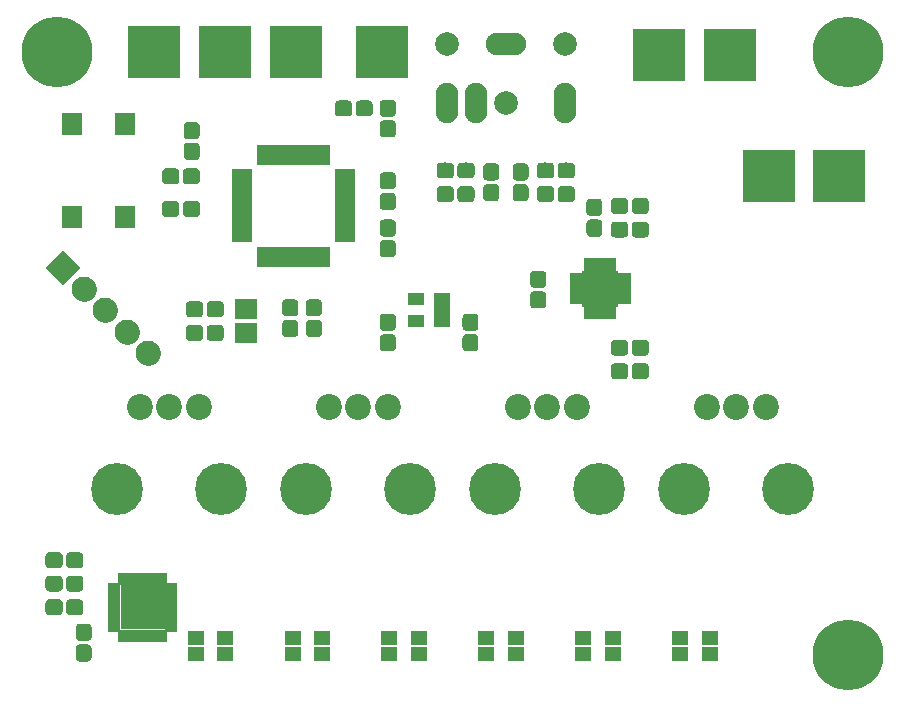
<source format=gbr>
G04 #@! TF.GenerationSoftware,KiCad,Pcbnew,(5.0.0)*
G04 #@! TF.CreationDate,2021-03-23T01:42:42-07:00*
G04 #@! TF.ProjectId,TheVolumeMixerV2,546865566F6C756D654D697865725632,rev?*
G04 #@! TF.SameCoordinates,Original*
G04 #@! TF.FileFunction,Soldermask,Top*
G04 #@! TF.FilePolarity,Negative*
%FSLAX46Y46*%
G04 Gerber Fmt 4.6, Leading zero omitted, Abs format (unit mm)*
G04 Created by KiCad (PCBNEW (5.0.0)) date 03/23/21 01:42:42*
%MOMM*%
%LPD*%
G01*
G04 APERTURE LIST*
%ADD10C,0.152400*%
%ADD11R,0.680000X1.250000*%
%ADD12R,1.250000X0.680000*%
%ADD13R,3.100000X3.100000*%
%ADD14C,0.908000*%
%ADD15R,1.400000X1.200000*%
%ADD16O,3.416000X1.908000*%
%ADD17O,1.908000X3.416000*%
%ADD18C,2.000000*%
%ADD19C,0.100000*%
%ADD20C,1.350000*%
%ADD21R,4.400000X4.400000*%
%ADD22C,2.100000*%
%ADD23C,2.100000*%
%ADD24R,1.700000X1.950000*%
%ADD25R,0.650000X1.700000*%
%ADD26R,1.700000X0.650000*%
%ADD27R,1.460000X1.050000*%
%ADD28R,1.900000X1.800000*%
%ADD29C,6.000000*%
%ADD30C,2.200000*%
%ADD31C,4.400000*%
%ADD32R,0.650000X1.100000*%
%ADD33R,1.100000X0.650000*%
%ADD34R,3.850000X3.850000*%
G04 APERTURE END LIST*
D10*
G04 #@! TO.C,U4*
X160586500Y-92413500D02*
X160586500Y-89586500D01*
X160586500Y-89586500D02*
X161012600Y-89586500D01*
X161012600Y-89586500D02*
X161012600Y-92413500D01*
X161012600Y-92413500D02*
X160586500Y-92413500D01*
X161412600Y-92413500D02*
X161412600Y-89586500D01*
X161412600Y-89586500D02*
X161800000Y-89586500D01*
X161800000Y-89586500D02*
X161800000Y-92413500D01*
X161800000Y-92413500D02*
X161412600Y-92413500D01*
X162200000Y-92413500D02*
X162200000Y-89586500D01*
X162200000Y-89586500D02*
X162587400Y-89586500D01*
X162587400Y-89586500D02*
X162587400Y-92413500D01*
X162587400Y-92413500D02*
X162200000Y-92413500D01*
X162987400Y-92413500D02*
X162987400Y-89586500D01*
X162987400Y-89586500D02*
X163413500Y-89586500D01*
X163413500Y-89586500D02*
X163413500Y-92413500D01*
X163413500Y-92413500D02*
X162987400Y-92413500D01*
X160586500Y-92413500D02*
X160586500Y-91987400D01*
X160586500Y-91987400D02*
X163413500Y-91987400D01*
X163413500Y-91987400D02*
X163413500Y-92413500D01*
X163413500Y-92413500D02*
X160586500Y-92413500D01*
X160586500Y-91200000D02*
X160586500Y-91587400D01*
X160586500Y-91587400D02*
X163413500Y-91587400D01*
X163413500Y-91587400D02*
X163413500Y-91200000D01*
X163413500Y-91200000D02*
X160586500Y-91200000D01*
X160586500Y-90412600D02*
X160586500Y-90800000D01*
X160586500Y-90800000D02*
X163413500Y-90800000D01*
X163413500Y-90800000D02*
X163413500Y-90412600D01*
X163413500Y-90412600D02*
X160586500Y-90412600D01*
X160586500Y-90012600D02*
X160586500Y-89586500D01*
X160586500Y-89586500D02*
X163413500Y-89586500D01*
X163413500Y-89586500D02*
X163413500Y-90012600D01*
X163413500Y-90012600D02*
X160586500Y-90012600D01*
G04 #@! TD*
D11*
G04 #@! TO.C,U4*
X160999999Y-92975000D03*
X161500001Y-92975000D03*
X162000000Y-92975000D03*
X162499999Y-92975000D03*
X163000001Y-92975000D03*
D12*
X163975000Y-92000252D03*
X163975000Y-91500126D03*
X163975000Y-91000000D03*
X163975000Y-90499874D03*
X163975000Y-89999748D03*
D11*
X163000001Y-89025000D03*
X162499999Y-89025000D03*
X162000000Y-89025000D03*
X161500001Y-89025000D03*
X160999999Y-89025000D03*
D12*
X160025000Y-89999748D03*
X160025000Y-90499874D03*
X160025000Y-91000000D03*
X160025000Y-91500126D03*
X160025000Y-92000252D03*
D13*
X162000000Y-91000000D03*
D14*
X162000000Y-91787400D03*
X162787400Y-91000000D03*
X161212600Y-91000000D03*
X162000000Y-90212600D03*
G04 #@! TD*
D15*
G04 #@! TO.C,D2*
X138450000Y-120554156D03*
X135950000Y-120554156D03*
X135950000Y-121954156D03*
X138450000Y-121954156D03*
G04 #@! TD*
G04 #@! TO.C,D1*
X130250000Y-120554156D03*
X127750000Y-120554156D03*
X127750000Y-121954156D03*
X130250000Y-121954156D03*
G04 #@! TD*
D16*
G04 #@! TO.C,J8*
X154000000Y-70250000D03*
D17*
X149000000Y-75250000D03*
X159000000Y-75250000D03*
D18*
X154000000Y-75250000D03*
X149000000Y-70250000D03*
X159000000Y-70250000D03*
D17*
X151500000Y-75250000D03*
G04 #@! TD*
D19*
G04 #@! TO.C,C2*
G36*
X116170581Y-117303703D02*
X116203343Y-117308563D01*
X116235471Y-117316611D01*
X116266656Y-117327769D01*
X116296596Y-117341930D01*
X116325005Y-117358957D01*
X116351608Y-117378687D01*
X116376149Y-117400929D01*
X116398391Y-117425470D01*
X116418121Y-117452073D01*
X116435148Y-117480482D01*
X116449309Y-117510422D01*
X116460467Y-117541607D01*
X116468515Y-117573735D01*
X116473375Y-117606497D01*
X116475000Y-117639578D01*
X116475000Y-118314578D01*
X116473375Y-118347659D01*
X116468515Y-118380421D01*
X116460467Y-118412549D01*
X116449309Y-118443734D01*
X116435148Y-118473674D01*
X116418121Y-118502083D01*
X116398391Y-118528686D01*
X116376149Y-118553227D01*
X116351608Y-118575469D01*
X116325005Y-118595199D01*
X116296596Y-118612226D01*
X116266656Y-118626387D01*
X116235471Y-118637545D01*
X116203343Y-118645593D01*
X116170581Y-118650453D01*
X116137500Y-118652078D01*
X115362500Y-118652078D01*
X115329419Y-118650453D01*
X115296657Y-118645593D01*
X115264529Y-118637545D01*
X115233344Y-118626387D01*
X115203404Y-118612226D01*
X115174995Y-118595199D01*
X115148392Y-118575469D01*
X115123851Y-118553227D01*
X115101609Y-118528686D01*
X115081879Y-118502083D01*
X115064852Y-118473674D01*
X115050691Y-118443734D01*
X115039533Y-118412549D01*
X115031485Y-118380421D01*
X115026625Y-118347659D01*
X115025000Y-118314578D01*
X115025000Y-117639578D01*
X115026625Y-117606497D01*
X115031485Y-117573735D01*
X115039533Y-117541607D01*
X115050691Y-117510422D01*
X115064852Y-117480482D01*
X115081879Y-117452073D01*
X115101609Y-117425470D01*
X115123851Y-117400929D01*
X115148392Y-117378687D01*
X115174995Y-117358957D01*
X115203404Y-117341930D01*
X115233344Y-117327769D01*
X115264529Y-117316611D01*
X115296657Y-117308563D01*
X115329419Y-117303703D01*
X115362500Y-117302078D01*
X116137500Y-117302078D01*
X116170581Y-117303703D01*
X116170581Y-117303703D01*
G37*
D20*
X115750000Y-117977078D03*
D19*
G36*
X117920581Y-117303703D02*
X117953343Y-117308563D01*
X117985471Y-117316611D01*
X118016656Y-117327769D01*
X118046596Y-117341930D01*
X118075005Y-117358957D01*
X118101608Y-117378687D01*
X118126149Y-117400929D01*
X118148391Y-117425470D01*
X118168121Y-117452073D01*
X118185148Y-117480482D01*
X118199309Y-117510422D01*
X118210467Y-117541607D01*
X118218515Y-117573735D01*
X118223375Y-117606497D01*
X118225000Y-117639578D01*
X118225000Y-118314578D01*
X118223375Y-118347659D01*
X118218515Y-118380421D01*
X118210467Y-118412549D01*
X118199309Y-118443734D01*
X118185148Y-118473674D01*
X118168121Y-118502083D01*
X118148391Y-118528686D01*
X118126149Y-118553227D01*
X118101608Y-118575469D01*
X118075005Y-118595199D01*
X118046596Y-118612226D01*
X118016656Y-118626387D01*
X117985471Y-118637545D01*
X117953343Y-118645593D01*
X117920581Y-118650453D01*
X117887500Y-118652078D01*
X117112500Y-118652078D01*
X117079419Y-118650453D01*
X117046657Y-118645593D01*
X117014529Y-118637545D01*
X116983344Y-118626387D01*
X116953404Y-118612226D01*
X116924995Y-118595199D01*
X116898392Y-118575469D01*
X116873851Y-118553227D01*
X116851609Y-118528686D01*
X116831879Y-118502083D01*
X116814852Y-118473674D01*
X116800691Y-118443734D01*
X116789533Y-118412549D01*
X116781485Y-118380421D01*
X116776625Y-118347659D01*
X116775000Y-118314578D01*
X116775000Y-117639578D01*
X116776625Y-117606497D01*
X116781485Y-117573735D01*
X116789533Y-117541607D01*
X116800691Y-117510422D01*
X116814852Y-117480482D01*
X116831879Y-117452073D01*
X116851609Y-117425470D01*
X116873851Y-117400929D01*
X116898392Y-117378687D01*
X116924995Y-117358957D01*
X116953404Y-117341930D01*
X116983344Y-117327769D01*
X117014529Y-117316611D01*
X117046657Y-117308563D01*
X117079419Y-117303703D01*
X117112500Y-117302078D01*
X117887500Y-117302078D01*
X117920581Y-117303703D01*
X117920581Y-117303703D01*
G37*
D20*
X117500000Y-117977078D03*
G04 #@! TD*
D19*
G04 #@! TO.C,C3*
G36*
X127795581Y-83576625D02*
X127828343Y-83581485D01*
X127860471Y-83589533D01*
X127891656Y-83600691D01*
X127921596Y-83614852D01*
X127950005Y-83631879D01*
X127976608Y-83651609D01*
X128001149Y-83673851D01*
X128023391Y-83698392D01*
X128043121Y-83724995D01*
X128060148Y-83753404D01*
X128074309Y-83783344D01*
X128085467Y-83814529D01*
X128093515Y-83846657D01*
X128098375Y-83879419D01*
X128100000Y-83912500D01*
X128100000Y-84587500D01*
X128098375Y-84620581D01*
X128093515Y-84653343D01*
X128085467Y-84685471D01*
X128074309Y-84716656D01*
X128060148Y-84746596D01*
X128043121Y-84775005D01*
X128023391Y-84801608D01*
X128001149Y-84826149D01*
X127976608Y-84848391D01*
X127950005Y-84868121D01*
X127921596Y-84885148D01*
X127891656Y-84899309D01*
X127860471Y-84910467D01*
X127828343Y-84918515D01*
X127795581Y-84923375D01*
X127762500Y-84925000D01*
X126987500Y-84925000D01*
X126954419Y-84923375D01*
X126921657Y-84918515D01*
X126889529Y-84910467D01*
X126858344Y-84899309D01*
X126828404Y-84885148D01*
X126799995Y-84868121D01*
X126773392Y-84848391D01*
X126748851Y-84826149D01*
X126726609Y-84801608D01*
X126706879Y-84775005D01*
X126689852Y-84746596D01*
X126675691Y-84716656D01*
X126664533Y-84685471D01*
X126656485Y-84653343D01*
X126651625Y-84620581D01*
X126650000Y-84587500D01*
X126650000Y-83912500D01*
X126651625Y-83879419D01*
X126656485Y-83846657D01*
X126664533Y-83814529D01*
X126675691Y-83783344D01*
X126689852Y-83753404D01*
X126706879Y-83724995D01*
X126726609Y-83698392D01*
X126748851Y-83673851D01*
X126773392Y-83651609D01*
X126799995Y-83631879D01*
X126828404Y-83614852D01*
X126858344Y-83600691D01*
X126889529Y-83589533D01*
X126921657Y-83581485D01*
X126954419Y-83576625D01*
X126987500Y-83575000D01*
X127762500Y-83575000D01*
X127795581Y-83576625D01*
X127795581Y-83576625D01*
G37*
D20*
X127375000Y-84250000D03*
D19*
G36*
X126045581Y-83576625D02*
X126078343Y-83581485D01*
X126110471Y-83589533D01*
X126141656Y-83600691D01*
X126171596Y-83614852D01*
X126200005Y-83631879D01*
X126226608Y-83651609D01*
X126251149Y-83673851D01*
X126273391Y-83698392D01*
X126293121Y-83724995D01*
X126310148Y-83753404D01*
X126324309Y-83783344D01*
X126335467Y-83814529D01*
X126343515Y-83846657D01*
X126348375Y-83879419D01*
X126350000Y-83912500D01*
X126350000Y-84587500D01*
X126348375Y-84620581D01*
X126343515Y-84653343D01*
X126335467Y-84685471D01*
X126324309Y-84716656D01*
X126310148Y-84746596D01*
X126293121Y-84775005D01*
X126273391Y-84801608D01*
X126251149Y-84826149D01*
X126226608Y-84848391D01*
X126200005Y-84868121D01*
X126171596Y-84885148D01*
X126141656Y-84899309D01*
X126110471Y-84910467D01*
X126078343Y-84918515D01*
X126045581Y-84923375D01*
X126012500Y-84925000D01*
X125237500Y-84925000D01*
X125204419Y-84923375D01*
X125171657Y-84918515D01*
X125139529Y-84910467D01*
X125108344Y-84899309D01*
X125078404Y-84885148D01*
X125049995Y-84868121D01*
X125023392Y-84848391D01*
X124998851Y-84826149D01*
X124976609Y-84801608D01*
X124956879Y-84775005D01*
X124939852Y-84746596D01*
X124925691Y-84716656D01*
X124914533Y-84685471D01*
X124906485Y-84653343D01*
X124901625Y-84620581D01*
X124900000Y-84587500D01*
X124900000Y-83912500D01*
X124901625Y-83879419D01*
X124906485Y-83846657D01*
X124914533Y-83814529D01*
X124925691Y-83783344D01*
X124939852Y-83753404D01*
X124956879Y-83724995D01*
X124976609Y-83698392D01*
X124998851Y-83673851D01*
X125023392Y-83651609D01*
X125049995Y-83631879D01*
X125078404Y-83614852D01*
X125108344Y-83600691D01*
X125139529Y-83589533D01*
X125171657Y-83581485D01*
X125204419Y-83576625D01*
X125237500Y-83575000D01*
X126012500Y-83575000D01*
X126045581Y-83576625D01*
X126045581Y-83576625D01*
G37*
D20*
X125625000Y-84250000D03*
G04 #@! TD*
D19*
G04 #@! TO.C,C6*
G36*
X138120581Y-91901625D02*
X138153343Y-91906485D01*
X138185471Y-91914533D01*
X138216656Y-91925691D01*
X138246596Y-91939852D01*
X138275005Y-91956879D01*
X138301608Y-91976609D01*
X138326149Y-91998851D01*
X138348391Y-92023392D01*
X138368121Y-92049995D01*
X138385148Y-92078404D01*
X138399309Y-92108344D01*
X138410467Y-92139529D01*
X138418515Y-92171657D01*
X138423375Y-92204419D01*
X138425000Y-92237500D01*
X138425000Y-93012500D01*
X138423375Y-93045581D01*
X138418515Y-93078343D01*
X138410467Y-93110471D01*
X138399309Y-93141656D01*
X138385148Y-93171596D01*
X138368121Y-93200005D01*
X138348391Y-93226608D01*
X138326149Y-93251149D01*
X138301608Y-93273391D01*
X138275005Y-93293121D01*
X138246596Y-93310148D01*
X138216656Y-93324309D01*
X138185471Y-93335467D01*
X138153343Y-93343515D01*
X138120581Y-93348375D01*
X138087500Y-93350000D01*
X137412500Y-93350000D01*
X137379419Y-93348375D01*
X137346657Y-93343515D01*
X137314529Y-93335467D01*
X137283344Y-93324309D01*
X137253404Y-93310148D01*
X137224995Y-93293121D01*
X137198392Y-93273391D01*
X137173851Y-93251149D01*
X137151609Y-93226608D01*
X137131879Y-93200005D01*
X137114852Y-93171596D01*
X137100691Y-93141656D01*
X137089533Y-93110471D01*
X137081485Y-93078343D01*
X137076625Y-93045581D01*
X137075000Y-93012500D01*
X137075000Y-92237500D01*
X137076625Y-92204419D01*
X137081485Y-92171657D01*
X137089533Y-92139529D01*
X137100691Y-92108344D01*
X137114852Y-92078404D01*
X137131879Y-92049995D01*
X137151609Y-92023392D01*
X137173851Y-91998851D01*
X137198392Y-91976609D01*
X137224995Y-91956879D01*
X137253404Y-91939852D01*
X137283344Y-91925691D01*
X137314529Y-91914533D01*
X137346657Y-91906485D01*
X137379419Y-91901625D01*
X137412500Y-91900000D01*
X138087500Y-91900000D01*
X138120581Y-91901625D01*
X138120581Y-91901625D01*
G37*
D20*
X137750000Y-92625000D03*
D19*
G36*
X138120581Y-93651625D02*
X138153343Y-93656485D01*
X138185471Y-93664533D01*
X138216656Y-93675691D01*
X138246596Y-93689852D01*
X138275005Y-93706879D01*
X138301608Y-93726609D01*
X138326149Y-93748851D01*
X138348391Y-93773392D01*
X138368121Y-93799995D01*
X138385148Y-93828404D01*
X138399309Y-93858344D01*
X138410467Y-93889529D01*
X138418515Y-93921657D01*
X138423375Y-93954419D01*
X138425000Y-93987500D01*
X138425000Y-94762500D01*
X138423375Y-94795581D01*
X138418515Y-94828343D01*
X138410467Y-94860471D01*
X138399309Y-94891656D01*
X138385148Y-94921596D01*
X138368121Y-94950005D01*
X138348391Y-94976608D01*
X138326149Y-95001149D01*
X138301608Y-95023391D01*
X138275005Y-95043121D01*
X138246596Y-95060148D01*
X138216656Y-95074309D01*
X138185471Y-95085467D01*
X138153343Y-95093515D01*
X138120581Y-95098375D01*
X138087500Y-95100000D01*
X137412500Y-95100000D01*
X137379419Y-95098375D01*
X137346657Y-95093515D01*
X137314529Y-95085467D01*
X137283344Y-95074309D01*
X137253404Y-95060148D01*
X137224995Y-95043121D01*
X137198392Y-95023391D01*
X137173851Y-95001149D01*
X137151609Y-94976608D01*
X137131879Y-94950005D01*
X137114852Y-94921596D01*
X137100691Y-94891656D01*
X137089533Y-94860471D01*
X137081485Y-94828343D01*
X137076625Y-94795581D01*
X137075000Y-94762500D01*
X137075000Y-93987500D01*
X137076625Y-93954419D01*
X137081485Y-93921657D01*
X137089533Y-93889529D01*
X137100691Y-93858344D01*
X137114852Y-93828404D01*
X137131879Y-93799995D01*
X137151609Y-93773392D01*
X137173851Y-93748851D01*
X137198392Y-93726609D01*
X137224995Y-93706879D01*
X137253404Y-93689852D01*
X137283344Y-93675691D01*
X137314529Y-93664533D01*
X137346657Y-93656485D01*
X137379419Y-93651625D01*
X137412500Y-93650000D01*
X138087500Y-93650000D01*
X138120581Y-93651625D01*
X138120581Y-93651625D01*
G37*
D20*
X137750000Y-94375000D03*
G04 #@! TD*
D19*
G04 #@! TO.C,C7*
G36*
X136120581Y-91901625D02*
X136153343Y-91906485D01*
X136185471Y-91914533D01*
X136216656Y-91925691D01*
X136246596Y-91939852D01*
X136275005Y-91956879D01*
X136301608Y-91976609D01*
X136326149Y-91998851D01*
X136348391Y-92023392D01*
X136368121Y-92049995D01*
X136385148Y-92078404D01*
X136399309Y-92108344D01*
X136410467Y-92139529D01*
X136418515Y-92171657D01*
X136423375Y-92204419D01*
X136425000Y-92237500D01*
X136425000Y-93012500D01*
X136423375Y-93045581D01*
X136418515Y-93078343D01*
X136410467Y-93110471D01*
X136399309Y-93141656D01*
X136385148Y-93171596D01*
X136368121Y-93200005D01*
X136348391Y-93226608D01*
X136326149Y-93251149D01*
X136301608Y-93273391D01*
X136275005Y-93293121D01*
X136246596Y-93310148D01*
X136216656Y-93324309D01*
X136185471Y-93335467D01*
X136153343Y-93343515D01*
X136120581Y-93348375D01*
X136087500Y-93350000D01*
X135412500Y-93350000D01*
X135379419Y-93348375D01*
X135346657Y-93343515D01*
X135314529Y-93335467D01*
X135283344Y-93324309D01*
X135253404Y-93310148D01*
X135224995Y-93293121D01*
X135198392Y-93273391D01*
X135173851Y-93251149D01*
X135151609Y-93226608D01*
X135131879Y-93200005D01*
X135114852Y-93171596D01*
X135100691Y-93141656D01*
X135089533Y-93110471D01*
X135081485Y-93078343D01*
X135076625Y-93045581D01*
X135075000Y-93012500D01*
X135075000Y-92237500D01*
X135076625Y-92204419D01*
X135081485Y-92171657D01*
X135089533Y-92139529D01*
X135100691Y-92108344D01*
X135114852Y-92078404D01*
X135131879Y-92049995D01*
X135151609Y-92023392D01*
X135173851Y-91998851D01*
X135198392Y-91976609D01*
X135224995Y-91956879D01*
X135253404Y-91939852D01*
X135283344Y-91925691D01*
X135314529Y-91914533D01*
X135346657Y-91906485D01*
X135379419Y-91901625D01*
X135412500Y-91900000D01*
X136087500Y-91900000D01*
X136120581Y-91901625D01*
X136120581Y-91901625D01*
G37*
D20*
X135750000Y-92625000D03*
D19*
G36*
X136120581Y-93651625D02*
X136153343Y-93656485D01*
X136185471Y-93664533D01*
X136216656Y-93675691D01*
X136246596Y-93689852D01*
X136275005Y-93706879D01*
X136301608Y-93726609D01*
X136326149Y-93748851D01*
X136348391Y-93773392D01*
X136368121Y-93799995D01*
X136385148Y-93828404D01*
X136399309Y-93858344D01*
X136410467Y-93889529D01*
X136418515Y-93921657D01*
X136423375Y-93954419D01*
X136425000Y-93987500D01*
X136425000Y-94762500D01*
X136423375Y-94795581D01*
X136418515Y-94828343D01*
X136410467Y-94860471D01*
X136399309Y-94891656D01*
X136385148Y-94921596D01*
X136368121Y-94950005D01*
X136348391Y-94976608D01*
X136326149Y-95001149D01*
X136301608Y-95023391D01*
X136275005Y-95043121D01*
X136246596Y-95060148D01*
X136216656Y-95074309D01*
X136185471Y-95085467D01*
X136153343Y-95093515D01*
X136120581Y-95098375D01*
X136087500Y-95100000D01*
X135412500Y-95100000D01*
X135379419Y-95098375D01*
X135346657Y-95093515D01*
X135314529Y-95085467D01*
X135283344Y-95074309D01*
X135253404Y-95060148D01*
X135224995Y-95043121D01*
X135198392Y-95023391D01*
X135173851Y-95001149D01*
X135151609Y-94976608D01*
X135131879Y-94950005D01*
X135114852Y-94921596D01*
X135100691Y-94891656D01*
X135089533Y-94860471D01*
X135081485Y-94828343D01*
X135076625Y-94795581D01*
X135075000Y-94762500D01*
X135075000Y-93987500D01*
X135076625Y-93954419D01*
X135081485Y-93921657D01*
X135089533Y-93889529D01*
X135100691Y-93858344D01*
X135114852Y-93828404D01*
X135131879Y-93799995D01*
X135151609Y-93773392D01*
X135173851Y-93748851D01*
X135198392Y-93726609D01*
X135224995Y-93706879D01*
X135253404Y-93689852D01*
X135283344Y-93675691D01*
X135314529Y-93664533D01*
X135346657Y-93656485D01*
X135379419Y-93651625D01*
X135412500Y-93650000D01*
X136087500Y-93650000D01*
X136120581Y-93651625D01*
X136120581Y-93651625D01*
G37*
D20*
X135750000Y-94375000D03*
G04 #@! TD*
D19*
G04 #@! TO.C,C18*
G36*
X155620581Y-80401625D02*
X155653343Y-80406485D01*
X155685471Y-80414533D01*
X155716656Y-80425691D01*
X155746596Y-80439852D01*
X155775005Y-80456879D01*
X155801608Y-80476609D01*
X155826149Y-80498851D01*
X155848391Y-80523392D01*
X155868121Y-80549995D01*
X155885148Y-80578404D01*
X155899309Y-80608344D01*
X155910467Y-80639529D01*
X155918515Y-80671657D01*
X155923375Y-80704419D01*
X155925000Y-80737500D01*
X155925000Y-81512500D01*
X155923375Y-81545581D01*
X155918515Y-81578343D01*
X155910467Y-81610471D01*
X155899309Y-81641656D01*
X155885148Y-81671596D01*
X155868121Y-81700005D01*
X155848391Y-81726608D01*
X155826149Y-81751149D01*
X155801608Y-81773391D01*
X155775005Y-81793121D01*
X155746596Y-81810148D01*
X155716656Y-81824309D01*
X155685471Y-81835467D01*
X155653343Y-81843515D01*
X155620581Y-81848375D01*
X155587500Y-81850000D01*
X154912500Y-81850000D01*
X154879419Y-81848375D01*
X154846657Y-81843515D01*
X154814529Y-81835467D01*
X154783344Y-81824309D01*
X154753404Y-81810148D01*
X154724995Y-81793121D01*
X154698392Y-81773391D01*
X154673851Y-81751149D01*
X154651609Y-81726608D01*
X154631879Y-81700005D01*
X154614852Y-81671596D01*
X154600691Y-81641656D01*
X154589533Y-81610471D01*
X154581485Y-81578343D01*
X154576625Y-81545581D01*
X154575000Y-81512500D01*
X154575000Y-80737500D01*
X154576625Y-80704419D01*
X154581485Y-80671657D01*
X154589533Y-80639529D01*
X154600691Y-80608344D01*
X154614852Y-80578404D01*
X154631879Y-80549995D01*
X154651609Y-80523392D01*
X154673851Y-80498851D01*
X154698392Y-80476609D01*
X154724995Y-80456879D01*
X154753404Y-80439852D01*
X154783344Y-80425691D01*
X154814529Y-80414533D01*
X154846657Y-80406485D01*
X154879419Y-80401625D01*
X154912500Y-80400000D01*
X155587500Y-80400000D01*
X155620581Y-80401625D01*
X155620581Y-80401625D01*
G37*
D20*
X155250000Y-81125000D03*
D19*
G36*
X155620581Y-82151625D02*
X155653343Y-82156485D01*
X155685471Y-82164533D01*
X155716656Y-82175691D01*
X155746596Y-82189852D01*
X155775005Y-82206879D01*
X155801608Y-82226609D01*
X155826149Y-82248851D01*
X155848391Y-82273392D01*
X155868121Y-82299995D01*
X155885148Y-82328404D01*
X155899309Y-82358344D01*
X155910467Y-82389529D01*
X155918515Y-82421657D01*
X155923375Y-82454419D01*
X155925000Y-82487500D01*
X155925000Y-83262500D01*
X155923375Y-83295581D01*
X155918515Y-83328343D01*
X155910467Y-83360471D01*
X155899309Y-83391656D01*
X155885148Y-83421596D01*
X155868121Y-83450005D01*
X155848391Y-83476608D01*
X155826149Y-83501149D01*
X155801608Y-83523391D01*
X155775005Y-83543121D01*
X155746596Y-83560148D01*
X155716656Y-83574309D01*
X155685471Y-83585467D01*
X155653343Y-83593515D01*
X155620581Y-83598375D01*
X155587500Y-83600000D01*
X154912500Y-83600000D01*
X154879419Y-83598375D01*
X154846657Y-83593515D01*
X154814529Y-83585467D01*
X154783344Y-83574309D01*
X154753404Y-83560148D01*
X154724995Y-83543121D01*
X154698392Y-83523391D01*
X154673851Y-83501149D01*
X154651609Y-83476608D01*
X154631879Y-83450005D01*
X154614852Y-83421596D01*
X154600691Y-83391656D01*
X154589533Y-83360471D01*
X154581485Y-83328343D01*
X154576625Y-83295581D01*
X154575000Y-83262500D01*
X154575000Y-82487500D01*
X154576625Y-82454419D01*
X154581485Y-82421657D01*
X154589533Y-82389529D01*
X154600691Y-82358344D01*
X154614852Y-82328404D01*
X154631879Y-82299995D01*
X154651609Y-82273392D01*
X154673851Y-82248851D01*
X154698392Y-82226609D01*
X154724995Y-82206879D01*
X154753404Y-82189852D01*
X154783344Y-82175691D01*
X154814529Y-82164533D01*
X154846657Y-82156485D01*
X154879419Y-82151625D01*
X154912500Y-82150000D01*
X155587500Y-82150000D01*
X155620581Y-82151625D01*
X155620581Y-82151625D01*
G37*
D20*
X155250000Y-82875000D03*
G04 #@! TD*
D19*
G04 #@! TO.C,C19*
G36*
X153120581Y-82151625D02*
X153153343Y-82156485D01*
X153185471Y-82164533D01*
X153216656Y-82175691D01*
X153246596Y-82189852D01*
X153275005Y-82206879D01*
X153301608Y-82226609D01*
X153326149Y-82248851D01*
X153348391Y-82273392D01*
X153368121Y-82299995D01*
X153385148Y-82328404D01*
X153399309Y-82358344D01*
X153410467Y-82389529D01*
X153418515Y-82421657D01*
X153423375Y-82454419D01*
X153425000Y-82487500D01*
X153425000Y-83262500D01*
X153423375Y-83295581D01*
X153418515Y-83328343D01*
X153410467Y-83360471D01*
X153399309Y-83391656D01*
X153385148Y-83421596D01*
X153368121Y-83450005D01*
X153348391Y-83476608D01*
X153326149Y-83501149D01*
X153301608Y-83523391D01*
X153275005Y-83543121D01*
X153246596Y-83560148D01*
X153216656Y-83574309D01*
X153185471Y-83585467D01*
X153153343Y-83593515D01*
X153120581Y-83598375D01*
X153087500Y-83600000D01*
X152412500Y-83600000D01*
X152379419Y-83598375D01*
X152346657Y-83593515D01*
X152314529Y-83585467D01*
X152283344Y-83574309D01*
X152253404Y-83560148D01*
X152224995Y-83543121D01*
X152198392Y-83523391D01*
X152173851Y-83501149D01*
X152151609Y-83476608D01*
X152131879Y-83450005D01*
X152114852Y-83421596D01*
X152100691Y-83391656D01*
X152089533Y-83360471D01*
X152081485Y-83328343D01*
X152076625Y-83295581D01*
X152075000Y-83262500D01*
X152075000Y-82487500D01*
X152076625Y-82454419D01*
X152081485Y-82421657D01*
X152089533Y-82389529D01*
X152100691Y-82358344D01*
X152114852Y-82328404D01*
X152131879Y-82299995D01*
X152151609Y-82273392D01*
X152173851Y-82248851D01*
X152198392Y-82226609D01*
X152224995Y-82206879D01*
X152253404Y-82189852D01*
X152283344Y-82175691D01*
X152314529Y-82164533D01*
X152346657Y-82156485D01*
X152379419Y-82151625D01*
X152412500Y-82150000D01*
X153087500Y-82150000D01*
X153120581Y-82151625D01*
X153120581Y-82151625D01*
G37*
D20*
X152750000Y-82875000D03*
D19*
G36*
X153120581Y-80401625D02*
X153153343Y-80406485D01*
X153185471Y-80414533D01*
X153216656Y-80425691D01*
X153246596Y-80439852D01*
X153275005Y-80456879D01*
X153301608Y-80476609D01*
X153326149Y-80498851D01*
X153348391Y-80523392D01*
X153368121Y-80549995D01*
X153385148Y-80578404D01*
X153399309Y-80608344D01*
X153410467Y-80639529D01*
X153418515Y-80671657D01*
X153423375Y-80704419D01*
X153425000Y-80737500D01*
X153425000Y-81512500D01*
X153423375Y-81545581D01*
X153418515Y-81578343D01*
X153410467Y-81610471D01*
X153399309Y-81641656D01*
X153385148Y-81671596D01*
X153368121Y-81700005D01*
X153348391Y-81726608D01*
X153326149Y-81751149D01*
X153301608Y-81773391D01*
X153275005Y-81793121D01*
X153246596Y-81810148D01*
X153216656Y-81824309D01*
X153185471Y-81835467D01*
X153153343Y-81843515D01*
X153120581Y-81848375D01*
X153087500Y-81850000D01*
X152412500Y-81850000D01*
X152379419Y-81848375D01*
X152346657Y-81843515D01*
X152314529Y-81835467D01*
X152283344Y-81824309D01*
X152253404Y-81810148D01*
X152224995Y-81793121D01*
X152198392Y-81773391D01*
X152173851Y-81751149D01*
X152151609Y-81726608D01*
X152131879Y-81700005D01*
X152114852Y-81671596D01*
X152100691Y-81641656D01*
X152089533Y-81610471D01*
X152081485Y-81578343D01*
X152076625Y-81545581D01*
X152075000Y-81512500D01*
X152075000Y-80737500D01*
X152076625Y-80704419D01*
X152081485Y-80671657D01*
X152089533Y-80639529D01*
X152100691Y-80608344D01*
X152114852Y-80578404D01*
X152131879Y-80549995D01*
X152151609Y-80523392D01*
X152173851Y-80498851D01*
X152198392Y-80476609D01*
X152224995Y-80456879D01*
X152253404Y-80439852D01*
X152283344Y-80425691D01*
X152314529Y-80414533D01*
X152346657Y-80406485D01*
X152379419Y-80401625D01*
X152412500Y-80400000D01*
X153087500Y-80400000D01*
X153120581Y-80401625D01*
X153120581Y-80401625D01*
G37*
D20*
X152750000Y-81125000D03*
G04 #@! TD*
D19*
G04 #@! TO.C,C12*
G36*
X144377814Y-93117742D02*
X144410576Y-93122602D01*
X144442704Y-93130650D01*
X144473889Y-93141808D01*
X144503829Y-93155969D01*
X144532238Y-93172996D01*
X144558841Y-93192726D01*
X144583382Y-93214968D01*
X144605624Y-93239509D01*
X144625354Y-93266112D01*
X144642381Y-93294521D01*
X144656542Y-93324461D01*
X144667700Y-93355646D01*
X144675748Y-93387774D01*
X144680608Y-93420536D01*
X144682233Y-93453617D01*
X144682233Y-94228617D01*
X144680608Y-94261698D01*
X144675748Y-94294460D01*
X144667700Y-94326588D01*
X144656542Y-94357773D01*
X144642381Y-94387713D01*
X144625354Y-94416122D01*
X144605624Y-94442725D01*
X144583382Y-94467266D01*
X144558841Y-94489508D01*
X144532238Y-94509238D01*
X144503829Y-94526265D01*
X144473889Y-94540426D01*
X144442704Y-94551584D01*
X144410576Y-94559632D01*
X144377814Y-94564492D01*
X144344733Y-94566117D01*
X143669733Y-94566117D01*
X143636652Y-94564492D01*
X143603890Y-94559632D01*
X143571762Y-94551584D01*
X143540577Y-94540426D01*
X143510637Y-94526265D01*
X143482228Y-94509238D01*
X143455625Y-94489508D01*
X143431084Y-94467266D01*
X143408842Y-94442725D01*
X143389112Y-94416122D01*
X143372085Y-94387713D01*
X143357924Y-94357773D01*
X143346766Y-94326588D01*
X143338718Y-94294460D01*
X143333858Y-94261698D01*
X143332233Y-94228617D01*
X143332233Y-93453617D01*
X143333858Y-93420536D01*
X143338718Y-93387774D01*
X143346766Y-93355646D01*
X143357924Y-93324461D01*
X143372085Y-93294521D01*
X143389112Y-93266112D01*
X143408842Y-93239509D01*
X143431084Y-93214968D01*
X143455625Y-93192726D01*
X143482228Y-93172996D01*
X143510637Y-93155969D01*
X143540577Y-93141808D01*
X143571762Y-93130650D01*
X143603890Y-93122602D01*
X143636652Y-93117742D01*
X143669733Y-93116117D01*
X144344733Y-93116117D01*
X144377814Y-93117742D01*
X144377814Y-93117742D01*
G37*
D20*
X144007233Y-93841117D03*
D19*
G36*
X144377814Y-94867742D02*
X144410576Y-94872602D01*
X144442704Y-94880650D01*
X144473889Y-94891808D01*
X144503829Y-94905969D01*
X144532238Y-94922996D01*
X144558841Y-94942726D01*
X144583382Y-94964968D01*
X144605624Y-94989509D01*
X144625354Y-95016112D01*
X144642381Y-95044521D01*
X144656542Y-95074461D01*
X144667700Y-95105646D01*
X144675748Y-95137774D01*
X144680608Y-95170536D01*
X144682233Y-95203617D01*
X144682233Y-95978617D01*
X144680608Y-96011698D01*
X144675748Y-96044460D01*
X144667700Y-96076588D01*
X144656542Y-96107773D01*
X144642381Y-96137713D01*
X144625354Y-96166122D01*
X144605624Y-96192725D01*
X144583382Y-96217266D01*
X144558841Y-96239508D01*
X144532238Y-96259238D01*
X144503829Y-96276265D01*
X144473889Y-96290426D01*
X144442704Y-96301584D01*
X144410576Y-96309632D01*
X144377814Y-96314492D01*
X144344733Y-96316117D01*
X143669733Y-96316117D01*
X143636652Y-96314492D01*
X143603890Y-96309632D01*
X143571762Y-96301584D01*
X143540577Y-96290426D01*
X143510637Y-96276265D01*
X143482228Y-96259238D01*
X143455625Y-96239508D01*
X143431084Y-96217266D01*
X143408842Y-96192725D01*
X143389112Y-96166122D01*
X143372085Y-96137713D01*
X143357924Y-96107773D01*
X143346766Y-96076588D01*
X143338718Y-96044460D01*
X143333858Y-96011698D01*
X143332233Y-95978617D01*
X143332233Y-95203617D01*
X143333858Y-95170536D01*
X143338718Y-95137774D01*
X143346766Y-95105646D01*
X143357924Y-95074461D01*
X143372085Y-95044521D01*
X143389112Y-95016112D01*
X143408842Y-94989509D01*
X143431084Y-94964968D01*
X143455625Y-94942726D01*
X143482228Y-94922996D01*
X143510637Y-94905969D01*
X143540577Y-94891808D01*
X143571762Y-94880650D01*
X143603890Y-94872602D01*
X143636652Y-94867742D01*
X143669733Y-94866117D01*
X144344733Y-94866117D01*
X144377814Y-94867742D01*
X144377814Y-94867742D01*
G37*
D20*
X144007233Y-95591117D03*
G04 #@! TD*
D19*
G04 #@! TO.C,C13*
G36*
X151377814Y-94867742D02*
X151410576Y-94872602D01*
X151442704Y-94880650D01*
X151473889Y-94891808D01*
X151503829Y-94905969D01*
X151532238Y-94922996D01*
X151558841Y-94942726D01*
X151583382Y-94964968D01*
X151605624Y-94989509D01*
X151625354Y-95016112D01*
X151642381Y-95044521D01*
X151656542Y-95074461D01*
X151667700Y-95105646D01*
X151675748Y-95137774D01*
X151680608Y-95170536D01*
X151682233Y-95203617D01*
X151682233Y-95978617D01*
X151680608Y-96011698D01*
X151675748Y-96044460D01*
X151667700Y-96076588D01*
X151656542Y-96107773D01*
X151642381Y-96137713D01*
X151625354Y-96166122D01*
X151605624Y-96192725D01*
X151583382Y-96217266D01*
X151558841Y-96239508D01*
X151532238Y-96259238D01*
X151503829Y-96276265D01*
X151473889Y-96290426D01*
X151442704Y-96301584D01*
X151410576Y-96309632D01*
X151377814Y-96314492D01*
X151344733Y-96316117D01*
X150669733Y-96316117D01*
X150636652Y-96314492D01*
X150603890Y-96309632D01*
X150571762Y-96301584D01*
X150540577Y-96290426D01*
X150510637Y-96276265D01*
X150482228Y-96259238D01*
X150455625Y-96239508D01*
X150431084Y-96217266D01*
X150408842Y-96192725D01*
X150389112Y-96166122D01*
X150372085Y-96137713D01*
X150357924Y-96107773D01*
X150346766Y-96076588D01*
X150338718Y-96044460D01*
X150333858Y-96011698D01*
X150332233Y-95978617D01*
X150332233Y-95203617D01*
X150333858Y-95170536D01*
X150338718Y-95137774D01*
X150346766Y-95105646D01*
X150357924Y-95074461D01*
X150372085Y-95044521D01*
X150389112Y-95016112D01*
X150408842Y-94989509D01*
X150431084Y-94964968D01*
X150455625Y-94942726D01*
X150482228Y-94922996D01*
X150510637Y-94905969D01*
X150540577Y-94891808D01*
X150571762Y-94880650D01*
X150603890Y-94872602D01*
X150636652Y-94867742D01*
X150669733Y-94866117D01*
X151344733Y-94866117D01*
X151377814Y-94867742D01*
X151377814Y-94867742D01*
G37*
D20*
X151007233Y-95591117D03*
D19*
G36*
X151377814Y-93117742D02*
X151410576Y-93122602D01*
X151442704Y-93130650D01*
X151473889Y-93141808D01*
X151503829Y-93155969D01*
X151532238Y-93172996D01*
X151558841Y-93192726D01*
X151583382Y-93214968D01*
X151605624Y-93239509D01*
X151625354Y-93266112D01*
X151642381Y-93294521D01*
X151656542Y-93324461D01*
X151667700Y-93355646D01*
X151675748Y-93387774D01*
X151680608Y-93420536D01*
X151682233Y-93453617D01*
X151682233Y-94228617D01*
X151680608Y-94261698D01*
X151675748Y-94294460D01*
X151667700Y-94326588D01*
X151656542Y-94357773D01*
X151642381Y-94387713D01*
X151625354Y-94416122D01*
X151605624Y-94442725D01*
X151583382Y-94467266D01*
X151558841Y-94489508D01*
X151532238Y-94509238D01*
X151503829Y-94526265D01*
X151473889Y-94540426D01*
X151442704Y-94551584D01*
X151410576Y-94559632D01*
X151377814Y-94564492D01*
X151344733Y-94566117D01*
X150669733Y-94566117D01*
X150636652Y-94564492D01*
X150603890Y-94559632D01*
X150571762Y-94551584D01*
X150540577Y-94540426D01*
X150510637Y-94526265D01*
X150482228Y-94509238D01*
X150455625Y-94489508D01*
X150431084Y-94467266D01*
X150408842Y-94442725D01*
X150389112Y-94416122D01*
X150372085Y-94387713D01*
X150357924Y-94357773D01*
X150346766Y-94326588D01*
X150338718Y-94294460D01*
X150333858Y-94261698D01*
X150332233Y-94228617D01*
X150332233Y-93453617D01*
X150333858Y-93420536D01*
X150338718Y-93387774D01*
X150346766Y-93355646D01*
X150357924Y-93324461D01*
X150372085Y-93294521D01*
X150389112Y-93266112D01*
X150408842Y-93239509D01*
X150431084Y-93214968D01*
X150455625Y-93192726D01*
X150482228Y-93172996D01*
X150510637Y-93155969D01*
X150540577Y-93141808D01*
X150571762Y-93130650D01*
X150603890Y-93122602D01*
X150636652Y-93117742D01*
X150669733Y-93116117D01*
X151344733Y-93116117D01*
X151377814Y-93117742D01*
X151377814Y-93117742D01*
G37*
D20*
X151007233Y-93841117D03*
G04 #@! TD*
D19*
G04 #@! TO.C,D7*
G36*
X142420581Y-75076625D02*
X142453343Y-75081485D01*
X142485471Y-75089533D01*
X142516656Y-75100691D01*
X142546596Y-75114852D01*
X142575005Y-75131879D01*
X142601608Y-75151609D01*
X142626149Y-75173851D01*
X142648391Y-75198392D01*
X142668121Y-75224995D01*
X142685148Y-75253404D01*
X142699309Y-75283344D01*
X142710467Y-75314529D01*
X142718515Y-75346657D01*
X142723375Y-75379419D01*
X142725000Y-75412500D01*
X142725000Y-76087500D01*
X142723375Y-76120581D01*
X142718515Y-76153343D01*
X142710467Y-76185471D01*
X142699309Y-76216656D01*
X142685148Y-76246596D01*
X142668121Y-76275005D01*
X142648391Y-76301608D01*
X142626149Y-76326149D01*
X142601608Y-76348391D01*
X142575005Y-76368121D01*
X142546596Y-76385148D01*
X142516656Y-76399309D01*
X142485471Y-76410467D01*
X142453343Y-76418515D01*
X142420581Y-76423375D01*
X142387500Y-76425000D01*
X141612500Y-76425000D01*
X141579419Y-76423375D01*
X141546657Y-76418515D01*
X141514529Y-76410467D01*
X141483344Y-76399309D01*
X141453404Y-76385148D01*
X141424995Y-76368121D01*
X141398392Y-76348391D01*
X141373851Y-76326149D01*
X141351609Y-76301608D01*
X141331879Y-76275005D01*
X141314852Y-76246596D01*
X141300691Y-76216656D01*
X141289533Y-76185471D01*
X141281485Y-76153343D01*
X141276625Y-76120581D01*
X141275000Y-76087500D01*
X141275000Y-75412500D01*
X141276625Y-75379419D01*
X141281485Y-75346657D01*
X141289533Y-75314529D01*
X141300691Y-75283344D01*
X141314852Y-75253404D01*
X141331879Y-75224995D01*
X141351609Y-75198392D01*
X141373851Y-75173851D01*
X141398392Y-75151609D01*
X141424995Y-75131879D01*
X141453404Y-75114852D01*
X141483344Y-75100691D01*
X141514529Y-75089533D01*
X141546657Y-75081485D01*
X141579419Y-75076625D01*
X141612500Y-75075000D01*
X142387500Y-75075000D01*
X142420581Y-75076625D01*
X142420581Y-75076625D01*
G37*
D20*
X142000000Y-75750000D03*
D19*
G36*
X140670581Y-75076625D02*
X140703343Y-75081485D01*
X140735471Y-75089533D01*
X140766656Y-75100691D01*
X140796596Y-75114852D01*
X140825005Y-75131879D01*
X140851608Y-75151609D01*
X140876149Y-75173851D01*
X140898391Y-75198392D01*
X140918121Y-75224995D01*
X140935148Y-75253404D01*
X140949309Y-75283344D01*
X140960467Y-75314529D01*
X140968515Y-75346657D01*
X140973375Y-75379419D01*
X140975000Y-75412500D01*
X140975000Y-76087500D01*
X140973375Y-76120581D01*
X140968515Y-76153343D01*
X140960467Y-76185471D01*
X140949309Y-76216656D01*
X140935148Y-76246596D01*
X140918121Y-76275005D01*
X140898391Y-76301608D01*
X140876149Y-76326149D01*
X140851608Y-76348391D01*
X140825005Y-76368121D01*
X140796596Y-76385148D01*
X140766656Y-76399309D01*
X140735471Y-76410467D01*
X140703343Y-76418515D01*
X140670581Y-76423375D01*
X140637500Y-76425000D01*
X139862500Y-76425000D01*
X139829419Y-76423375D01*
X139796657Y-76418515D01*
X139764529Y-76410467D01*
X139733344Y-76399309D01*
X139703404Y-76385148D01*
X139674995Y-76368121D01*
X139648392Y-76348391D01*
X139623851Y-76326149D01*
X139601609Y-76301608D01*
X139581879Y-76275005D01*
X139564852Y-76246596D01*
X139550691Y-76216656D01*
X139539533Y-76185471D01*
X139531485Y-76153343D01*
X139526625Y-76120581D01*
X139525000Y-76087500D01*
X139525000Y-75412500D01*
X139526625Y-75379419D01*
X139531485Y-75346657D01*
X139539533Y-75314529D01*
X139550691Y-75283344D01*
X139564852Y-75253404D01*
X139581879Y-75224995D01*
X139601609Y-75198392D01*
X139623851Y-75173851D01*
X139648392Y-75151609D01*
X139674995Y-75131879D01*
X139703404Y-75114852D01*
X139733344Y-75100691D01*
X139764529Y-75089533D01*
X139796657Y-75081485D01*
X139829419Y-75076625D01*
X139862500Y-75075000D01*
X140637500Y-75075000D01*
X140670581Y-75076625D01*
X140670581Y-75076625D01*
G37*
D20*
X140250000Y-75750000D03*
G04 #@! TD*
D21*
G04 #@! TO.C,5V*
X143500000Y-71000000D03*
G04 #@! TD*
G04 #@! TO.C,D-*
X136250000Y-71000000D03*
G04 #@! TD*
D22*
G04 #@! TO.C,J3*
X116500000Y-89250000D03*
D19*
G36*
X116500000Y-90734924D02*
X115015076Y-89250000D01*
X116500000Y-87765076D01*
X117984924Y-89250000D01*
X116500000Y-90734924D01*
X116500000Y-90734924D01*
G37*
D22*
X118296051Y-91046051D03*
D23*
X118296051Y-91046051D02*
X118296051Y-91046051D01*
D22*
X120092102Y-92842102D03*
D23*
X120092102Y-92842102D02*
X120092102Y-92842102D01*
D22*
X121888154Y-94638154D03*
D23*
X121888154Y-94638154D02*
X121888154Y-94638154D01*
D22*
X123684205Y-96434205D03*
D23*
X123684205Y-96434205D02*
X123684205Y-96434205D01*
G04 #@! TD*
D21*
G04 #@! TO.C,D+*
X130250000Y-71000000D03*
G04 #@! TD*
G04 #@! TO.C,GND*
X124250000Y-71000000D03*
G04 #@! TD*
G04 #@! TO.C,L+*
X182250000Y-81500000D03*
G04 #@! TD*
G04 #@! TO.C,L-*
X176250000Y-81500000D03*
G04 #@! TD*
G04 #@! TO.C,R-*
X173000000Y-71250000D03*
G04 #@! TD*
G04 #@! TO.C,R+*
X167000000Y-71250000D03*
G04 #@! TD*
D24*
G04 #@! TO.C,Reset*
X117250000Y-84975000D03*
X117250000Y-77025000D03*
X121750000Y-84975000D03*
X121750000Y-77025000D03*
G04 #@! TD*
D25*
G04 #@! TO.C,U2*
X133250000Y-88350000D03*
X133750000Y-88350000D03*
X134250000Y-88350000D03*
X134750000Y-88350000D03*
X135250000Y-88350000D03*
X135750000Y-88350000D03*
X136250000Y-88350000D03*
X136750000Y-88350000D03*
X137250000Y-88350000D03*
X137750000Y-88350000D03*
X138250000Y-88350000D03*
X138750000Y-88350000D03*
D26*
X140350000Y-86750000D03*
X140350000Y-86250000D03*
X140350000Y-85750000D03*
X140350000Y-85250000D03*
X140350000Y-84750000D03*
X140350000Y-84250000D03*
X140350000Y-83750000D03*
X140350000Y-83250000D03*
X140350000Y-82750000D03*
X140350000Y-82250000D03*
X140350000Y-81750000D03*
X140350000Y-81250000D03*
D25*
X138750000Y-79650000D03*
X138250000Y-79650000D03*
X137750000Y-79650000D03*
X137250000Y-79650000D03*
X136750000Y-79650000D03*
X136250000Y-79650000D03*
X135750000Y-79650000D03*
X135250000Y-79650000D03*
X134750000Y-79650000D03*
X134250000Y-79650000D03*
X133750000Y-79650000D03*
X133250000Y-79650000D03*
D26*
X131650000Y-81250000D03*
X131650000Y-81750000D03*
X131650000Y-82250000D03*
X131650000Y-82750000D03*
X131650000Y-83250000D03*
X131650000Y-83750000D03*
X131650000Y-84250000D03*
X131650000Y-84750000D03*
X131650000Y-85250000D03*
X131650000Y-85750000D03*
X131650000Y-86250000D03*
X131650000Y-86750000D03*
G04 #@! TD*
D27*
G04 #@! TO.C,U3*
X148600000Y-93751116D03*
X148600000Y-92801116D03*
X148600000Y-91851116D03*
X146400000Y-91851116D03*
X146400000Y-93751116D03*
G04 #@! TD*
D28*
G04 #@! TO.C,Y1*
X132000000Y-92700000D03*
X132000000Y-94800000D03*
G04 #@! TD*
D29*
G04 #@! TO.C,MH1*
X183000000Y-122000000D03*
G04 #@! TD*
G04 #@! TO.C,MH2*
X183000000Y-71000000D03*
G04 #@! TD*
G04 #@! TO.C,MH3*
X116000000Y-71000000D03*
G04 #@! TD*
D19*
G04 #@! TO.C,C1*
G36*
X117920581Y-115303703D02*
X117953343Y-115308563D01*
X117985471Y-115316611D01*
X118016656Y-115327769D01*
X118046596Y-115341930D01*
X118075005Y-115358957D01*
X118101608Y-115378687D01*
X118126149Y-115400929D01*
X118148391Y-115425470D01*
X118168121Y-115452073D01*
X118185148Y-115480482D01*
X118199309Y-115510422D01*
X118210467Y-115541607D01*
X118218515Y-115573735D01*
X118223375Y-115606497D01*
X118225000Y-115639578D01*
X118225000Y-116314578D01*
X118223375Y-116347659D01*
X118218515Y-116380421D01*
X118210467Y-116412549D01*
X118199309Y-116443734D01*
X118185148Y-116473674D01*
X118168121Y-116502083D01*
X118148391Y-116528686D01*
X118126149Y-116553227D01*
X118101608Y-116575469D01*
X118075005Y-116595199D01*
X118046596Y-116612226D01*
X118016656Y-116626387D01*
X117985471Y-116637545D01*
X117953343Y-116645593D01*
X117920581Y-116650453D01*
X117887500Y-116652078D01*
X117112500Y-116652078D01*
X117079419Y-116650453D01*
X117046657Y-116645593D01*
X117014529Y-116637545D01*
X116983344Y-116626387D01*
X116953404Y-116612226D01*
X116924995Y-116595199D01*
X116898392Y-116575469D01*
X116873851Y-116553227D01*
X116851609Y-116528686D01*
X116831879Y-116502083D01*
X116814852Y-116473674D01*
X116800691Y-116443734D01*
X116789533Y-116412549D01*
X116781485Y-116380421D01*
X116776625Y-116347659D01*
X116775000Y-116314578D01*
X116775000Y-115639578D01*
X116776625Y-115606497D01*
X116781485Y-115573735D01*
X116789533Y-115541607D01*
X116800691Y-115510422D01*
X116814852Y-115480482D01*
X116831879Y-115452073D01*
X116851609Y-115425470D01*
X116873851Y-115400929D01*
X116898392Y-115378687D01*
X116924995Y-115358957D01*
X116953404Y-115341930D01*
X116983344Y-115327769D01*
X117014529Y-115316611D01*
X117046657Y-115308563D01*
X117079419Y-115303703D01*
X117112500Y-115302078D01*
X117887500Y-115302078D01*
X117920581Y-115303703D01*
X117920581Y-115303703D01*
G37*
D20*
X117500000Y-115977078D03*
D19*
G36*
X116170581Y-115303703D02*
X116203343Y-115308563D01*
X116235471Y-115316611D01*
X116266656Y-115327769D01*
X116296596Y-115341930D01*
X116325005Y-115358957D01*
X116351608Y-115378687D01*
X116376149Y-115400929D01*
X116398391Y-115425470D01*
X116418121Y-115452073D01*
X116435148Y-115480482D01*
X116449309Y-115510422D01*
X116460467Y-115541607D01*
X116468515Y-115573735D01*
X116473375Y-115606497D01*
X116475000Y-115639578D01*
X116475000Y-116314578D01*
X116473375Y-116347659D01*
X116468515Y-116380421D01*
X116460467Y-116412549D01*
X116449309Y-116443734D01*
X116435148Y-116473674D01*
X116418121Y-116502083D01*
X116398391Y-116528686D01*
X116376149Y-116553227D01*
X116351608Y-116575469D01*
X116325005Y-116595199D01*
X116296596Y-116612226D01*
X116266656Y-116626387D01*
X116235471Y-116637545D01*
X116203343Y-116645593D01*
X116170581Y-116650453D01*
X116137500Y-116652078D01*
X115362500Y-116652078D01*
X115329419Y-116650453D01*
X115296657Y-116645593D01*
X115264529Y-116637545D01*
X115233344Y-116626387D01*
X115203404Y-116612226D01*
X115174995Y-116595199D01*
X115148392Y-116575469D01*
X115123851Y-116553227D01*
X115101609Y-116528686D01*
X115081879Y-116502083D01*
X115064852Y-116473674D01*
X115050691Y-116443734D01*
X115039533Y-116412549D01*
X115031485Y-116380421D01*
X115026625Y-116347659D01*
X115025000Y-116314578D01*
X115025000Y-115639578D01*
X115026625Y-115606497D01*
X115031485Y-115573735D01*
X115039533Y-115541607D01*
X115050691Y-115510422D01*
X115064852Y-115480482D01*
X115081879Y-115452073D01*
X115101609Y-115425470D01*
X115123851Y-115400929D01*
X115148392Y-115378687D01*
X115174995Y-115358957D01*
X115203404Y-115341930D01*
X115233344Y-115327769D01*
X115264529Y-115316611D01*
X115296657Y-115308563D01*
X115329419Y-115303703D01*
X115362500Y-115302078D01*
X116137500Y-115302078D01*
X116170581Y-115303703D01*
X116170581Y-115303703D01*
G37*
D20*
X115750000Y-115977078D03*
G04 #@! TD*
D19*
G04 #@! TO.C,C4*
G36*
X128060581Y-94076625D02*
X128093343Y-94081485D01*
X128125471Y-94089533D01*
X128156656Y-94100691D01*
X128186596Y-94114852D01*
X128215005Y-94131879D01*
X128241608Y-94151609D01*
X128266149Y-94173851D01*
X128288391Y-94198392D01*
X128308121Y-94224995D01*
X128325148Y-94253404D01*
X128339309Y-94283344D01*
X128350467Y-94314529D01*
X128358515Y-94346657D01*
X128363375Y-94379419D01*
X128365000Y-94412500D01*
X128365000Y-95087500D01*
X128363375Y-95120581D01*
X128358515Y-95153343D01*
X128350467Y-95185471D01*
X128339309Y-95216656D01*
X128325148Y-95246596D01*
X128308121Y-95275005D01*
X128288391Y-95301608D01*
X128266149Y-95326149D01*
X128241608Y-95348391D01*
X128215005Y-95368121D01*
X128186596Y-95385148D01*
X128156656Y-95399309D01*
X128125471Y-95410467D01*
X128093343Y-95418515D01*
X128060581Y-95423375D01*
X128027500Y-95425000D01*
X127252500Y-95425000D01*
X127219419Y-95423375D01*
X127186657Y-95418515D01*
X127154529Y-95410467D01*
X127123344Y-95399309D01*
X127093404Y-95385148D01*
X127064995Y-95368121D01*
X127038392Y-95348391D01*
X127013851Y-95326149D01*
X126991609Y-95301608D01*
X126971879Y-95275005D01*
X126954852Y-95246596D01*
X126940691Y-95216656D01*
X126929533Y-95185471D01*
X126921485Y-95153343D01*
X126916625Y-95120581D01*
X126915000Y-95087500D01*
X126915000Y-94412500D01*
X126916625Y-94379419D01*
X126921485Y-94346657D01*
X126929533Y-94314529D01*
X126940691Y-94283344D01*
X126954852Y-94253404D01*
X126971879Y-94224995D01*
X126991609Y-94198392D01*
X127013851Y-94173851D01*
X127038392Y-94151609D01*
X127064995Y-94131879D01*
X127093404Y-94114852D01*
X127123344Y-94100691D01*
X127154529Y-94089533D01*
X127186657Y-94081485D01*
X127219419Y-94076625D01*
X127252500Y-94075000D01*
X128027500Y-94075000D01*
X128060581Y-94076625D01*
X128060581Y-94076625D01*
G37*
D20*
X127640000Y-94750000D03*
D19*
G36*
X129810581Y-94076625D02*
X129843343Y-94081485D01*
X129875471Y-94089533D01*
X129906656Y-94100691D01*
X129936596Y-94114852D01*
X129965005Y-94131879D01*
X129991608Y-94151609D01*
X130016149Y-94173851D01*
X130038391Y-94198392D01*
X130058121Y-94224995D01*
X130075148Y-94253404D01*
X130089309Y-94283344D01*
X130100467Y-94314529D01*
X130108515Y-94346657D01*
X130113375Y-94379419D01*
X130115000Y-94412500D01*
X130115000Y-95087500D01*
X130113375Y-95120581D01*
X130108515Y-95153343D01*
X130100467Y-95185471D01*
X130089309Y-95216656D01*
X130075148Y-95246596D01*
X130058121Y-95275005D01*
X130038391Y-95301608D01*
X130016149Y-95326149D01*
X129991608Y-95348391D01*
X129965005Y-95368121D01*
X129936596Y-95385148D01*
X129906656Y-95399309D01*
X129875471Y-95410467D01*
X129843343Y-95418515D01*
X129810581Y-95423375D01*
X129777500Y-95425000D01*
X129002500Y-95425000D01*
X128969419Y-95423375D01*
X128936657Y-95418515D01*
X128904529Y-95410467D01*
X128873344Y-95399309D01*
X128843404Y-95385148D01*
X128814995Y-95368121D01*
X128788392Y-95348391D01*
X128763851Y-95326149D01*
X128741609Y-95301608D01*
X128721879Y-95275005D01*
X128704852Y-95246596D01*
X128690691Y-95216656D01*
X128679533Y-95185471D01*
X128671485Y-95153343D01*
X128666625Y-95120581D01*
X128665000Y-95087500D01*
X128665000Y-94412500D01*
X128666625Y-94379419D01*
X128671485Y-94346657D01*
X128679533Y-94314529D01*
X128690691Y-94283344D01*
X128704852Y-94253404D01*
X128721879Y-94224995D01*
X128741609Y-94198392D01*
X128763851Y-94173851D01*
X128788392Y-94151609D01*
X128814995Y-94131879D01*
X128843404Y-94114852D01*
X128873344Y-94100691D01*
X128904529Y-94089533D01*
X128936657Y-94081485D01*
X128969419Y-94076625D01*
X129002500Y-94075000D01*
X129777500Y-94075000D01*
X129810581Y-94076625D01*
X129810581Y-94076625D01*
G37*
D20*
X129390000Y-94750000D03*
G04 #@! TD*
D19*
G04 #@! TO.C,C5*
G36*
X129810581Y-92076625D02*
X129843343Y-92081485D01*
X129875471Y-92089533D01*
X129906656Y-92100691D01*
X129936596Y-92114852D01*
X129965005Y-92131879D01*
X129991608Y-92151609D01*
X130016149Y-92173851D01*
X130038391Y-92198392D01*
X130058121Y-92224995D01*
X130075148Y-92253404D01*
X130089309Y-92283344D01*
X130100467Y-92314529D01*
X130108515Y-92346657D01*
X130113375Y-92379419D01*
X130115000Y-92412500D01*
X130115000Y-93087500D01*
X130113375Y-93120581D01*
X130108515Y-93153343D01*
X130100467Y-93185471D01*
X130089309Y-93216656D01*
X130075148Y-93246596D01*
X130058121Y-93275005D01*
X130038391Y-93301608D01*
X130016149Y-93326149D01*
X129991608Y-93348391D01*
X129965005Y-93368121D01*
X129936596Y-93385148D01*
X129906656Y-93399309D01*
X129875471Y-93410467D01*
X129843343Y-93418515D01*
X129810581Y-93423375D01*
X129777500Y-93425000D01*
X129002500Y-93425000D01*
X128969419Y-93423375D01*
X128936657Y-93418515D01*
X128904529Y-93410467D01*
X128873344Y-93399309D01*
X128843404Y-93385148D01*
X128814995Y-93368121D01*
X128788392Y-93348391D01*
X128763851Y-93326149D01*
X128741609Y-93301608D01*
X128721879Y-93275005D01*
X128704852Y-93246596D01*
X128690691Y-93216656D01*
X128679533Y-93185471D01*
X128671485Y-93153343D01*
X128666625Y-93120581D01*
X128665000Y-93087500D01*
X128665000Y-92412500D01*
X128666625Y-92379419D01*
X128671485Y-92346657D01*
X128679533Y-92314529D01*
X128690691Y-92283344D01*
X128704852Y-92253404D01*
X128721879Y-92224995D01*
X128741609Y-92198392D01*
X128763851Y-92173851D01*
X128788392Y-92151609D01*
X128814995Y-92131879D01*
X128843404Y-92114852D01*
X128873344Y-92100691D01*
X128904529Y-92089533D01*
X128936657Y-92081485D01*
X128969419Y-92076625D01*
X129002500Y-92075000D01*
X129777500Y-92075000D01*
X129810581Y-92076625D01*
X129810581Y-92076625D01*
G37*
D20*
X129390000Y-92750000D03*
D19*
G36*
X128060581Y-92076625D02*
X128093343Y-92081485D01*
X128125471Y-92089533D01*
X128156656Y-92100691D01*
X128186596Y-92114852D01*
X128215005Y-92131879D01*
X128241608Y-92151609D01*
X128266149Y-92173851D01*
X128288391Y-92198392D01*
X128308121Y-92224995D01*
X128325148Y-92253404D01*
X128339309Y-92283344D01*
X128350467Y-92314529D01*
X128358515Y-92346657D01*
X128363375Y-92379419D01*
X128365000Y-92412500D01*
X128365000Y-93087500D01*
X128363375Y-93120581D01*
X128358515Y-93153343D01*
X128350467Y-93185471D01*
X128339309Y-93216656D01*
X128325148Y-93246596D01*
X128308121Y-93275005D01*
X128288391Y-93301608D01*
X128266149Y-93326149D01*
X128241608Y-93348391D01*
X128215005Y-93368121D01*
X128186596Y-93385148D01*
X128156656Y-93399309D01*
X128125471Y-93410467D01*
X128093343Y-93418515D01*
X128060581Y-93423375D01*
X128027500Y-93425000D01*
X127252500Y-93425000D01*
X127219419Y-93423375D01*
X127186657Y-93418515D01*
X127154529Y-93410467D01*
X127123344Y-93399309D01*
X127093404Y-93385148D01*
X127064995Y-93368121D01*
X127038392Y-93348391D01*
X127013851Y-93326149D01*
X126991609Y-93301608D01*
X126971879Y-93275005D01*
X126954852Y-93246596D01*
X126940691Y-93216656D01*
X126929533Y-93185471D01*
X126921485Y-93153343D01*
X126916625Y-93120581D01*
X126915000Y-93087500D01*
X126915000Y-92412500D01*
X126916625Y-92379419D01*
X126921485Y-92346657D01*
X126929533Y-92314529D01*
X126940691Y-92283344D01*
X126954852Y-92253404D01*
X126971879Y-92224995D01*
X126991609Y-92198392D01*
X127013851Y-92173851D01*
X127038392Y-92151609D01*
X127064995Y-92131879D01*
X127093404Y-92114852D01*
X127123344Y-92100691D01*
X127154529Y-92089533D01*
X127186657Y-92081485D01*
X127219419Y-92076625D01*
X127252500Y-92075000D01*
X128027500Y-92075000D01*
X128060581Y-92076625D01*
X128060581Y-92076625D01*
G37*
D20*
X127640000Y-92750000D03*
G04 #@! TD*
D19*
G04 #@! TO.C,C8*
G36*
X144370581Y-85151625D02*
X144403343Y-85156485D01*
X144435471Y-85164533D01*
X144466656Y-85175691D01*
X144496596Y-85189852D01*
X144525005Y-85206879D01*
X144551608Y-85226609D01*
X144576149Y-85248851D01*
X144598391Y-85273392D01*
X144618121Y-85299995D01*
X144635148Y-85328404D01*
X144649309Y-85358344D01*
X144660467Y-85389529D01*
X144668515Y-85421657D01*
X144673375Y-85454419D01*
X144675000Y-85487500D01*
X144675000Y-86262500D01*
X144673375Y-86295581D01*
X144668515Y-86328343D01*
X144660467Y-86360471D01*
X144649309Y-86391656D01*
X144635148Y-86421596D01*
X144618121Y-86450005D01*
X144598391Y-86476608D01*
X144576149Y-86501149D01*
X144551608Y-86523391D01*
X144525005Y-86543121D01*
X144496596Y-86560148D01*
X144466656Y-86574309D01*
X144435471Y-86585467D01*
X144403343Y-86593515D01*
X144370581Y-86598375D01*
X144337500Y-86600000D01*
X143662500Y-86600000D01*
X143629419Y-86598375D01*
X143596657Y-86593515D01*
X143564529Y-86585467D01*
X143533344Y-86574309D01*
X143503404Y-86560148D01*
X143474995Y-86543121D01*
X143448392Y-86523391D01*
X143423851Y-86501149D01*
X143401609Y-86476608D01*
X143381879Y-86450005D01*
X143364852Y-86421596D01*
X143350691Y-86391656D01*
X143339533Y-86360471D01*
X143331485Y-86328343D01*
X143326625Y-86295581D01*
X143325000Y-86262500D01*
X143325000Y-85487500D01*
X143326625Y-85454419D01*
X143331485Y-85421657D01*
X143339533Y-85389529D01*
X143350691Y-85358344D01*
X143364852Y-85328404D01*
X143381879Y-85299995D01*
X143401609Y-85273392D01*
X143423851Y-85248851D01*
X143448392Y-85226609D01*
X143474995Y-85206879D01*
X143503404Y-85189852D01*
X143533344Y-85175691D01*
X143564529Y-85164533D01*
X143596657Y-85156485D01*
X143629419Y-85151625D01*
X143662500Y-85150000D01*
X144337500Y-85150000D01*
X144370581Y-85151625D01*
X144370581Y-85151625D01*
G37*
D20*
X144000000Y-85875000D03*
D19*
G36*
X144370581Y-86901625D02*
X144403343Y-86906485D01*
X144435471Y-86914533D01*
X144466656Y-86925691D01*
X144496596Y-86939852D01*
X144525005Y-86956879D01*
X144551608Y-86976609D01*
X144576149Y-86998851D01*
X144598391Y-87023392D01*
X144618121Y-87049995D01*
X144635148Y-87078404D01*
X144649309Y-87108344D01*
X144660467Y-87139529D01*
X144668515Y-87171657D01*
X144673375Y-87204419D01*
X144675000Y-87237500D01*
X144675000Y-88012500D01*
X144673375Y-88045581D01*
X144668515Y-88078343D01*
X144660467Y-88110471D01*
X144649309Y-88141656D01*
X144635148Y-88171596D01*
X144618121Y-88200005D01*
X144598391Y-88226608D01*
X144576149Y-88251149D01*
X144551608Y-88273391D01*
X144525005Y-88293121D01*
X144496596Y-88310148D01*
X144466656Y-88324309D01*
X144435471Y-88335467D01*
X144403343Y-88343515D01*
X144370581Y-88348375D01*
X144337500Y-88350000D01*
X143662500Y-88350000D01*
X143629419Y-88348375D01*
X143596657Y-88343515D01*
X143564529Y-88335467D01*
X143533344Y-88324309D01*
X143503404Y-88310148D01*
X143474995Y-88293121D01*
X143448392Y-88273391D01*
X143423851Y-88251149D01*
X143401609Y-88226608D01*
X143381879Y-88200005D01*
X143364852Y-88171596D01*
X143350691Y-88141656D01*
X143339533Y-88110471D01*
X143331485Y-88078343D01*
X143326625Y-88045581D01*
X143325000Y-88012500D01*
X143325000Y-87237500D01*
X143326625Y-87204419D01*
X143331485Y-87171657D01*
X143339533Y-87139529D01*
X143350691Y-87108344D01*
X143364852Y-87078404D01*
X143381879Y-87049995D01*
X143401609Y-87023392D01*
X143423851Y-86998851D01*
X143448392Y-86976609D01*
X143474995Y-86956879D01*
X143503404Y-86939852D01*
X143533344Y-86925691D01*
X143564529Y-86914533D01*
X143596657Y-86906485D01*
X143629419Y-86901625D01*
X143662500Y-86900000D01*
X144337500Y-86900000D01*
X144370581Y-86901625D01*
X144370581Y-86901625D01*
G37*
D20*
X144000000Y-87625000D03*
G04 #@! TD*
D19*
G04 #@! TO.C,C9*
G36*
X161870581Y-85151625D02*
X161903343Y-85156485D01*
X161935471Y-85164533D01*
X161966656Y-85175691D01*
X161996596Y-85189852D01*
X162025005Y-85206879D01*
X162051608Y-85226609D01*
X162076149Y-85248851D01*
X162098391Y-85273392D01*
X162118121Y-85299995D01*
X162135148Y-85328404D01*
X162149309Y-85358344D01*
X162160467Y-85389529D01*
X162168515Y-85421657D01*
X162173375Y-85454419D01*
X162175000Y-85487500D01*
X162175000Y-86262500D01*
X162173375Y-86295581D01*
X162168515Y-86328343D01*
X162160467Y-86360471D01*
X162149309Y-86391656D01*
X162135148Y-86421596D01*
X162118121Y-86450005D01*
X162098391Y-86476608D01*
X162076149Y-86501149D01*
X162051608Y-86523391D01*
X162025005Y-86543121D01*
X161996596Y-86560148D01*
X161966656Y-86574309D01*
X161935471Y-86585467D01*
X161903343Y-86593515D01*
X161870581Y-86598375D01*
X161837500Y-86600000D01*
X161162500Y-86600000D01*
X161129419Y-86598375D01*
X161096657Y-86593515D01*
X161064529Y-86585467D01*
X161033344Y-86574309D01*
X161003404Y-86560148D01*
X160974995Y-86543121D01*
X160948392Y-86523391D01*
X160923851Y-86501149D01*
X160901609Y-86476608D01*
X160881879Y-86450005D01*
X160864852Y-86421596D01*
X160850691Y-86391656D01*
X160839533Y-86360471D01*
X160831485Y-86328343D01*
X160826625Y-86295581D01*
X160825000Y-86262500D01*
X160825000Y-85487500D01*
X160826625Y-85454419D01*
X160831485Y-85421657D01*
X160839533Y-85389529D01*
X160850691Y-85358344D01*
X160864852Y-85328404D01*
X160881879Y-85299995D01*
X160901609Y-85273392D01*
X160923851Y-85248851D01*
X160948392Y-85226609D01*
X160974995Y-85206879D01*
X161003404Y-85189852D01*
X161033344Y-85175691D01*
X161064529Y-85164533D01*
X161096657Y-85156485D01*
X161129419Y-85151625D01*
X161162500Y-85150000D01*
X161837500Y-85150000D01*
X161870581Y-85151625D01*
X161870581Y-85151625D01*
G37*
D20*
X161500000Y-85875000D03*
D19*
G36*
X161870581Y-83401625D02*
X161903343Y-83406485D01*
X161935471Y-83414533D01*
X161966656Y-83425691D01*
X161996596Y-83439852D01*
X162025005Y-83456879D01*
X162051608Y-83476609D01*
X162076149Y-83498851D01*
X162098391Y-83523392D01*
X162118121Y-83549995D01*
X162135148Y-83578404D01*
X162149309Y-83608344D01*
X162160467Y-83639529D01*
X162168515Y-83671657D01*
X162173375Y-83704419D01*
X162175000Y-83737500D01*
X162175000Y-84512500D01*
X162173375Y-84545581D01*
X162168515Y-84578343D01*
X162160467Y-84610471D01*
X162149309Y-84641656D01*
X162135148Y-84671596D01*
X162118121Y-84700005D01*
X162098391Y-84726608D01*
X162076149Y-84751149D01*
X162051608Y-84773391D01*
X162025005Y-84793121D01*
X161996596Y-84810148D01*
X161966656Y-84824309D01*
X161935471Y-84835467D01*
X161903343Y-84843515D01*
X161870581Y-84848375D01*
X161837500Y-84850000D01*
X161162500Y-84850000D01*
X161129419Y-84848375D01*
X161096657Y-84843515D01*
X161064529Y-84835467D01*
X161033344Y-84824309D01*
X161003404Y-84810148D01*
X160974995Y-84793121D01*
X160948392Y-84773391D01*
X160923851Y-84751149D01*
X160901609Y-84726608D01*
X160881879Y-84700005D01*
X160864852Y-84671596D01*
X160850691Y-84641656D01*
X160839533Y-84610471D01*
X160831485Y-84578343D01*
X160826625Y-84545581D01*
X160825000Y-84512500D01*
X160825000Y-83737500D01*
X160826625Y-83704419D01*
X160831485Y-83671657D01*
X160839533Y-83639529D01*
X160850691Y-83608344D01*
X160864852Y-83578404D01*
X160881879Y-83549995D01*
X160901609Y-83523392D01*
X160923851Y-83498851D01*
X160948392Y-83476609D01*
X160974995Y-83456879D01*
X161003404Y-83439852D01*
X161033344Y-83425691D01*
X161064529Y-83414533D01*
X161096657Y-83406485D01*
X161129419Y-83401625D01*
X161162500Y-83400000D01*
X161837500Y-83400000D01*
X161870581Y-83401625D01*
X161870581Y-83401625D01*
G37*
D20*
X161500000Y-84125000D03*
G04 #@! TD*
D19*
G04 #@! TO.C,C10*
G36*
X165795581Y-85326625D02*
X165828343Y-85331485D01*
X165860471Y-85339533D01*
X165891656Y-85350691D01*
X165921596Y-85364852D01*
X165950005Y-85381879D01*
X165976608Y-85401609D01*
X166001149Y-85423851D01*
X166023391Y-85448392D01*
X166043121Y-85474995D01*
X166060148Y-85503404D01*
X166074309Y-85533344D01*
X166085467Y-85564529D01*
X166093515Y-85596657D01*
X166098375Y-85629419D01*
X166100000Y-85662500D01*
X166100000Y-86337500D01*
X166098375Y-86370581D01*
X166093515Y-86403343D01*
X166085467Y-86435471D01*
X166074309Y-86466656D01*
X166060148Y-86496596D01*
X166043121Y-86525005D01*
X166023391Y-86551608D01*
X166001149Y-86576149D01*
X165976608Y-86598391D01*
X165950005Y-86618121D01*
X165921596Y-86635148D01*
X165891656Y-86649309D01*
X165860471Y-86660467D01*
X165828343Y-86668515D01*
X165795581Y-86673375D01*
X165762500Y-86675000D01*
X164987500Y-86675000D01*
X164954419Y-86673375D01*
X164921657Y-86668515D01*
X164889529Y-86660467D01*
X164858344Y-86649309D01*
X164828404Y-86635148D01*
X164799995Y-86618121D01*
X164773392Y-86598391D01*
X164748851Y-86576149D01*
X164726609Y-86551608D01*
X164706879Y-86525005D01*
X164689852Y-86496596D01*
X164675691Y-86466656D01*
X164664533Y-86435471D01*
X164656485Y-86403343D01*
X164651625Y-86370581D01*
X164650000Y-86337500D01*
X164650000Y-85662500D01*
X164651625Y-85629419D01*
X164656485Y-85596657D01*
X164664533Y-85564529D01*
X164675691Y-85533344D01*
X164689852Y-85503404D01*
X164706879Y-85474995D01*
X164726609Y-85448392D01*
X164748851Y-85423851D01*
X164773392Y-85401609D01*
X164799995Y-85381879D01*
X164828404Y-85364852D01*
X164858344Y-85350691D01*
X164889529Y-85339533D01*
X164921657Y-85331485D01*
X164954419Y-85326625D01*
X164987500Y-85325000D01*
X165762500Y-85325000D01*
X165795581Y-85326625D01*
X165795581Y-85326625D01*
G37*
D20*
X165375000Y-86000000D03*
D19*
G36*
X164045581Y-85326625D02*
X164078343Y-85331485D01*
X164110471Y-85339533D01*
X164141656Y-85350691D01*
X164171596Y-85364852D01*
X164200005Y-85381879D01*
X164226608Y-85401609D01*
X164251149Y-85423851D01*
X164273391Y-85448392D01*
X164293121Y-85474995D01*
X164310148Y-85503404D01*
X164324309Y-85533344D01*
X164335467Y-85564529D01*
X164343515Y-85596657D01*
X164348375Y-85629419D01*
X164350000Y-85662500D01*
X164350000Y-86337500D01*
X164348375Y-86370581D01*
X164343515Y-86403343D01*
X164335467Y-86435471D01*
X164324309Y-86466656D01*
X164310148Y-86496596D01*
X164293121Y-86525005D01*
X164273391Y-86551608D01*
X164251149Y-86576149D01*
X164226608Y-86598391D01*
X164200005Y-86618121D01*
X164171596Y-86635148D01*
X164141656Y-86649309D01*
X164110471Y-86660467D01*
X164078343Y-86668515D01*
X164045581Y-86673375D01*
X164012500Y-86675000D01*
X163237500Y-86675000D01*
X163204419Y-86673375D01*
X163171657Y-86668515D01*
X163139529Y-86660467D01*
X163108344Y-86649309D01*
X163078404Y-86635148D01*
X163049995Y-86618121D01*
X163023392Y-86598391D01*
X162998851Y-86576149D01*
X162976609Y-86551608D01*
X162956879Y-86525005D01*
X162939852Y-86496596D01*
X162925691Y-86466656D01*
X162914533Y-86435471D01*
X162906485Y-86403343D01*
X162901625Y-86370581D01*
X162900000Y-86337500D01*
X162900000Y-85662500D01*
X162901625Y-85629419D01*
X162906485Y-85596657D01*
X162914533Y-85564529D01*
X162925691Y-85533344D01*
X162939852Y-85503404D01*
X162956879Y-85474995D01*
X162976609Y-85448392D01*
X162998851Y-85423851D01*
X163023392Y-85401609D01*
X163049995Y-85381879D01*
X163078404Y-85364852D01*
X163108344Y-85350691D01*
X163139529Y-85339533D01*
X163171657Y-85331485D01*
X163204419Y-85326625D01*
X163237500Y-85325000D01*
X164012500Y-85325000D01*
X164045581Y-85326625D01*
X164045581Y-85326625D01*
G37*
D20*
X163625000Y-86000000D03*
G04 #@! TD*
D19*
G04 #@! TO.C,C11*
G36*
X164045581Y-83326625D02*
X164078343Y-83331485D01*
X164110471Y-83339533D01*
X164141656Y-83350691D01*
X164171596Y-83364852D01*
X164200005Y-83381879D01*
X164226608Y-83401609D01*
X164251149Y-83423851D01*
X164273391Y-83448392D01*
X164293121Y-83474995D01*
X164310148Y-83503404D01*
X164324309Y-83533344D01*
X164335467Y-83564529D01*
X164343515Y-83596657D01*
X164348375Y-83629419D01*
X164350000Y-83662500D01*
X164350000Y-84337500D01*
X164348375Y-84370581D01*
X164343515Y-84403343D01*
X164335467Y-84435471D01*
X164324309Y-84466656D01*
X164310148Y-84496596D01*
X164293121Y-84525005D01*
X164273391Y-84551608D01*
X164251149Y-84576149D01*
X164226608Y-84598391D01*
X164200005Y-84618121D01*
X164171596Y-84635148D01*
X164141656Y-84649309D01*
X164110471Y-84660467D01*
X164078343Y-84668515D01*
X164045581Y-84673375D01*
X164012500Y-84675000D01*
X163237500Y-84675000D01*
X163204419Y-84673375D01*
X163171657Y-84668515D01*
X163139529Y-84660467D01*
X163108344Y-84649309D01*
X163078404Y-84635148D01*
X163049995Y-84618121D01*
X163023392Y-84598391D01*
X162998851Y-84576149D01*
X162976609Y-84551608D01*
X162956879Y-84525005D01*
X162939852Y-84496596D01*
X162925691Y-84466656D01*
X162914533Y-84435471D01*
X162906485Y-84403343D01*
X162901625Y-84370581D01*
X162900000Y-84337500D01*
X162900000Y-83662500D01*
X162901625Y-83629419D01*
X162906485Y-83596657D01*
X162914533Y-83564529D01*
X162925691Y-83533344D01*
X162939852Y-83503404D01*
X162956879Y-83474995D01*
X162976609Y-83448392D01*
X162998851Y-83423851D01*
X163023392Y-83401609D01*
X163049995Y-83381879D01*
X163078404Y-83364852D01*
X163108344Y-83350691D01*
X163139529Y-83339533D01*
X163171657Y-83331485D01*
X163204419Y-83326625D01*
X163237500Y-83325000D01*
X164012500Y-83325000D01*
X164045581Y-83326625D01*
X164045581Y-83326625D01*
G37*
D20*
X163625000Y-84000000D03*
D19*
G36*
X165795581Y-83326625D02*
X165828343Y-83331485D01*
X165860471Y-83339533D01*
X165891656Y-83350691D01*
X165921596Y-83364852D01*
X165950005Y-83381879D01*
X165976608Y-83401609D01*
X166001149Y-83423851D01*
X166023391Y-83448392D01*
X166043121Y-83474995D01*
X166060148Y-83503404D01*
X166074309Y-83533344D01*
X166085467Y-83564529D01*
X166093515Y-83596657D01*
X166098375Y-83629419D01*
X166100000Y-83662500D01*
X166100000Y-84337500D01*
X166098375Y-84370581D01*
X166093515Y-84403343D01*
X166085467Y-84435471D01*
X166074309Y-84466656D01*
X166060148Y-84496596D01*
X166043121Y-84525005D01*
X166023391Y-84551608D01*
X166001149Y-84576149D01*
X165976608Y-84598391D01*
X165950005Y-84618121D01*
X165921596Y-84635148D01*
X165891656Y-84649309D01*
X165860471Y-84660467D01*
X165828343Y-84668515D01*
X165795581Y-84673375D01*
X165762500Y-84675000D01*
X164987500Y-84675000D01*
X164954419Y-84673375D01*
X164921657Y-84668515D01*
X164889529Y-84660467D01*
X164858344Y-84649309D01*
X164828404Y-84635148D01*
X164799995Y-84618121D01*
X164773392Y-84598391D01*
X164748851Y-84576149D01*
X164726609Y-84551608D01*
X164706879Y-84525005D01*
X164689852Y-84496596D01*
X164675691Y-84466656D01*
X164664533Y-84435471D01*
X164656485Y-84403343D01*
X164651625Y-84370581D01*
X164650000Y-84337500D01*
X164650000Y-83662500D01*
X164651625Y-83629419D01*
X164656485Y-83596657D01*
X164664533Y-83564529D01*
X164675691Y-83533344D01*
X164689852Y-83503404D01*
X164706879Y-83474995D01*
X164726609Y-83448392D01*
X164748851Y-83423851D01*
X164773392Y-83401609D01*
X164799995Y-83381879D01*
X164828404Y-83364852D01*
X164858344Y-83350691D01*
X164889529Y-83339533D01*
X164921657Y-83331485D01*
X164954419Y-83326625D01*
X164987500Y-83325000D01*
X165762500Y-83325000D01*
X165795581Y-83326625D01*
X165795581Y-83326625D01*
G37*
D20*
X165375000Y-84000000D03*
G04 #@! TD*
D19*
G04 #@! TO.C,C14*
G36*
X126045581Y-80826625D02*
X126078343Y-80831485D01*
X126110471Y-80839533D01*
X126141656Y-80850691D01*
X126171596Y-80864852D01*
X126200005Y-80881879D01*
X126226608Y-80901609D01*
X126251149Y-80923851D01*
X126273391Y-80948392D01*
X126293121Y-80974995D01*
X126310148Y-81003404D01*
X126324309Y-81033344D01*
X126335467Y-81064529D01*
X126343515Y-81096657D01*
X126348375Y-81129419D01*
X126350000Y-81162500D01*
X126350000Y-81837500D01*
X126348375Y-81870581D01*
X126343515Y-81903343D01*
X126335467Y-81935471D01*
X126324309Y-81966656D01*
X126310148Y-81996596D01*
X126293121Y-82025005D01*
X126273391Y-82051608D01*
X126251149Y-82076149D01*
X126226608Y-82098391D01*
X126200005Y-82118121D01*
X126171596Y-82135148D01*
X126141656Y-82149309D01*
X126110471Y-82160467D01*
X126078343Y-82168515D01*
X126045581Y-82173375D01*
X126012500Y-82175000D01*
X125237500Y-82175000D01*
X125204419Y-82173375D01*
X125171657Y-82168515D01*
X125139529Y-82160467D01*
X125108344Y-82149309D01*
X125078404Y-82135148D01*
X125049995Y-82118121D01*
X125023392Y-82098391D01*
X124998851Y-82076149D01*
X124976609Y-82051608D01*
X124956879Y-82025005D01*
X124939852Y-81996596D01*
X124925691Y-81966656D01*
X124914533Y-81935471D01*
X124906485Y-81903343D01*
X124901625Y-81870581D01*
X124900000Y-81837500D01*
X124900000Y-81162500D01*
X124901625Y-81129419D01*
X124906485Y-81096657D01*
X124914533Y-81064529D01*
X124925691Y-81033344D01*
X124939852Y-81003404D01*
X124956879Y-80974995D01*
X124976609Y-80948392D01*
X124998851Y-80923851D01*
X125023392Y-80901609D01*
X125049995Y-80881879D01*
X125078404Y-80864852D01*
X125108344Y-80850691D01*
X125139529Y-80839533D01*
X125171657Y-80831485D01*
X125204419Y-80826625D01*
X125237500Y-80825000D01*
X126012500Y-80825000D01*
X126045581Y-80826625D01*
X126045581Y-80826625D01*
G37*
D20*
X125625000Y-81500000D03*
D19*
G36*
X127795581Y-80826625D02*
X127828343Y-80831485D01*
X127860471Y-80839533D01*
X127891656Y-80850691D01*
X127921596Y-80864852D01*
X127950005Y-80881879D01*
X127976608Y-80901609D01*
X128001149Y-80923851D01*
X128023391Y-80948392D01*
X128043121Y-80974995D01*
X128060148Y-81003404D01*
X128074309Y-81033344D01*
X128085467Y-81064529D01*
X128093515Y-81096657D01*
X128098375Y-81129419D01*
X128100000Y-81162500D01*
X128100000Y-81837500D01*
X128098375Y-81870581D01*
X128093515Y-81903343D01*
X128085467Y-81935471D01*
X128074309Y-81966656D01*
X128060148Y-81996596D01*
X128043121Y-82025005D01*
X128023391Y-82051608D01*
X128001149Y-82076149D01*
X127976608Y-82098391D01*
X127950005Y-82118121D01*
X127921596Y-82135148D01*
X127891656Y-82149309D01*
X127860471Y-82160467D01*
X127828343Y-82168515D01*
X127795581Y-82173375D01*
X127762500Y-82175000D01*
X126987500Y-82175000D01*
X126954419Y-82173375D01*
X126921657Y-82168515D01*
X126889529Y-82160467D01*
X126858344Y-82149309D01*
X126828404Y-82135148D01*
X126799995Y-82118121D01*
X126773392Y-82098391D01*
X126748851Y-82076149D01*
X126726609Y-82051608D01*
X126706879Y-82025005D01*
X126689852Y-81996596D01*
X126675691Y-81966656D01*
X126664533Y-81935471D01*
X126656485Y-81903343D01*
X126651625Y-81870581D01*
X126650000Y-81837500D01*
X126650000Y-81162500D01*
X126651625Y-81129419D01*
X126656485Y-81096657D01*
X126664533Y-81064529D01*
X126675691Y-81033344D01*
X126689852Y-81003404D01*
X126706879Y-80974995D01*
X126726609Y-80948392D01*
X126748851Y-80923851D01*
X126773392Y-80901609D01*
X126799995Y-80881879D01*
X126828404Y-80864852D01*
X126858344Y-80850691D01*
X126889529Y-80839533D01*
X126921657Y-80831485D01*
X126954419Y-80826625D01*
X126987500Y-80825000D01*
X127762500Y-80825000D01*
X127795581Y-80826625D01*
X127795581Y-80826625D01*
G37*
D20*
X127375000Y-81500000D03*
G04 #@! TD*
D19*
G04 #@! TO.C,C15*
G36*
X157120581Y-91232701D02*
X157153343Y-91237561D01*
X157185471Y-91245609D01*
X157216656Y-91256767D01*
X157246596Y-91270928D01*
X157275005Y-91287955D01*
X157301608Y-91307685D01*
X157326149Y-91329927D01*
X157348391Y-91354468D01*
X157368121Y-91381071D01*
X157385148Y-91409480D01*
X157399309Y-91439420D01*
X157410467Y-91470605D01*
X157418515Y-91502733D01*
X157423375Y-91535495D01*
X157425000Y-91568576D01*
X157425000Y-92343576D01*
X157423375Y-92376657D01*
X157418515Y-92409419D01*
X157410467Y-92441547D01*
X157399309Y-92472732D01*
X157385148Y-92502672D01*
X157368121Y-92531081D01*
X157348391Y-92557684D01*
X157326149Y-92582225D01*
X157301608Y-92604467D01*
X157275005Y-92624197D01*
X157246596Y-92641224D01*
X157216656Y-92655385D01*
X157185471Y-92666543D01*
X157153343Y-92674591D01*
X157120581Y-92679451D01*
X157087500Y-92681076D01*
X156412500Y-92681076D01*
X156379419Y-92679451D01*
X156346657Y-92674591D01*
X156314529Y-92666543D01*
X156283344Y-92655385D01*
X156253404Y-92641224D01*
X156224995Y-92624197D01*
X156198392Y-92604467D01*
X156173851Y-92582225D01*
X156151609Y-92557684D01*
X156131879Y-92531081D01*
X156114852Y-92502672D01*
X156100691Y-92472732D01*
X156089533Y-92441547D01*
X156081485Y-92409419D01*
X156076625Y-92376657D01*
X156075000Y-92343576D01*
X156075000Y-91568576D01*
X156076625Y-91535495D01*
X156081485Y-91502733D01*
X156089533Y-91470605D01*
X156100691Y-91439420D01*
X156114852Y-91409480D01*
X156131879Y-91381071D01*
X156151609Y-91354468D01*
X156173851Y-91329927D01*
X156198392Y-91307685D01*
X156224995Y-91287955D01*
X156253404Y-91270928D01*
X156283344Y-91256767D01*
X156314529Y-91245609D01*
X156346657Y-91237561D01*
X156379419Y-91232701D01*
X156412500Y-91231076D01*
X157087500Y-91231076D01*
X157120581Y-91232701D01*
X157120581Y-91232701D01*
G37*
D20*
X156750000Y-91956076D03*
D19*
G36*
X157120581Y-89482701D02*
X157153343Y-89487561D01*
X157185471Y-89495609D01*
X157216656Y-89506767D01*
X157246596Y-89520928D01*
X157275005Y-89537955D01*
X157301608Y-89557685D01*
X157326149Y-89579927D01*
X157348391Y-89604468D01*
X157368121Y-89631071D01*
X157385148Y-89659480D01*
X157399309Y-89689420D01*
X157410467Y-89720605D01*
X157418515Y-89752733D01*
X157423375Y-89785495D01*
X157425000Y-89818576D01*
X157425000Y-90593576D01*
X157423375Y-90626657D01*
X157418515Y-90659419D01*
X157410467Y-90691547D01*
X157399309Y-90722732D01*
X157385148Y-90752672D01*
X157368121Y-90781081D01*
X157348391Y-90807684D01*
X157326149Y-90832225D01*
X157301608Y-90854467D01*
X157275005Y-90874197D01*
X157246596Y-90891224D01*
X157216656Y-90905385D01*
X157185471Y-90916543D01*
X157153343Y-90924591D01*
X157120581Y-90929451D01*
X157087500Y-90931076D01*
X156412500Y-90931076D01*
X156379419Y-90929451D01*
X156346657Y-90924591D01*
X156314529Y-90916543D01*
X156283344Y-90905385D01*
X156253404Y-90891224D01*
X156224995Y-90874197D01*
X156198392Y-90854467D01*
X156173851Y-90832225D01*
X156151609Y-90807684D01*
X156131879Y-90781081D01*
X156114852Y-90752672D01*
X156100691Y-90722732D01*
X156089533Y-90691547D01*
X156081485Y-90659419D01*
X156076625Y-90626657D01*
X156075000Y-90593576D01*
X156075000Y-89818576D01*
X156076625Y-89785495D01*
X156081485Y-89752733D01*
X156089533Y-89720605D01*
X156100691Y-89689420D01*
X156114852Y-89659480D01*
X156131879Y-89631071D01*
X156151609Y-89604468D01*
X156173851Y-89579927D01*
X156198392Y-89557685D01*
X156224995Y-89537955D01*
X156253404Y-89520928D01*
X156283344Y-89506767D01*
X156314529Y-89495609D01*
X156346657Y-89487561D01*
X156379419Y-89482701D01*
X156412500Y-89481076D01*
X157087500Y-89481076D01*
X157120581Y-89482701D01*
X157120581Y-89482701D01*
G37*
D20*
X156750000Y-90206076D03*
G04 #@! TD*
D19*
G04 #@! TO.C,C16*
G36*
X165795581Y-95326625D02*
X165828343Y-95331485D01*
X165860471Y-95339533D01*
X165891656Y-95350691D01*
X165921596Y-95364852D01*
X165950005Y-95381879D01*
X165976608Y-95401609D01*
X166001149Y-95423851D01*
X166023391Y-95448392D01*
X166043121Y-95474995D01*
X166060148Y-95503404D01*
X166074309Y-95533344D01*
X166085467Y-95564529D01*
X166093515Y-95596657D01*
X166098375Y-95629419D01*
X166100000Y-95662500D01*
X166100000Y-96337500D01*
X166098375Y-96370581D01*
X166093515Y-96403343D01*
X166085467Y-96435471D01*
X166074309Y-96466656D01*
X166060148Y-96496596D01*
X166043121Y-96525005D01*
X166023391Y-96551608D01*
X166001149Y-96576149D01*
X165976608Y-96598391D01*
X165950005Y-96618121D01*
X165921596Y-96635148D01*
X165891656Y-96649309D01*
X165860471Y-96660467D01*
X165828343Y-96668515D01*
X165795581Y-96673375D01*
X165762500Y-96675000D01*
X164987500Y-96675000D01*
X164954419Y-96673375D01*
X164921657Y-96668515D01*
X164889529Y-96660467D01*
X164858344Y-96649309D01*
X164828404Y-96635148D01*
X164799995Y-96618121D01*
X164773392Y-96598391D01*
X164748851Y-96576149D01*
X164726609Y-96551608D01*
X164706879Y-96525005D01*
X164689852Y-96496596D01*
X164675691Y-96466656D01*
X164664533Y-96435471D01*
X164656485Y-96403343D01*
X164651625Y-96370581D01*
X164650000Y-96337500D01*
X164650000Y-95662500D01*
X164651625Y-95629419D01*
X164656485Y-95596657D01*
X164664533Y-95564529D01*
X164675691Y-95533344D01*
X164689852Y-95503404D01*
X164706879Y-95474995D01*
X164726609Y-95448392D01*
X164748851Y-95423851D01*
X164773392Y-95401609D01*
X164799995Y-95381879D01*
X164828404Y-95364852D01*
X164858344Y-95350691D01*
X164889529Y-95339533D01*
X164921657Y-95331485D01*
X164954419Y-95326625D01*
X164987500Y-95325000D01*
X165762500Y-95325000D01*
X165795581Y-95326625D01*
X165795581Y-95326625D01*
G37*
D20*
X165375000Y-96000000D03*
D19*
G36*
X164045581Y-95326625D02*
X164078343Y-95331485D01*
X164110471Y-95339533D01*
X164141656Y-95350691D01*
X164171596Y-95364852D01*
X164200005Y-95381879D01*
X164226608Y-95401609D01*
X164251149Y-95423851D01*
X164273391Y-95448392D01*
X164293121Y-95474995D01*
X164310148Y-95503404D01*
X164324309Y-95533344D01*
X164335467Y-95564529D01*
X164343515Y-95596657D01*
X164348375Y-95629419D01*
X164350000Y-95662500D01*
X164350000Y-96337500D01*
X164348375Y-96370581D01*
X164343515Y-96403343D01*
X164335467Y-96435471D01*
X164324309Y-96466656D01*
X164310148Y-96496596D01*
X164293121Y-96525005D01*
X164273391Y-96551608D01*
X164251149Y-96576149D01*
X164226608Y-96598391D01*
X164200005Y-96618121D01*
X164171596Y-96635148D01*
X164141656Y-96649309D01*
X164110471Y-96660467D01*
X164078343Y-96668515D01*
X164045581Y-96673375D01*
X164012500Y-96675000D01*
X163237500Y-96675000D01*
X163204419Y-96673375D01*
X163171657Y-96668515D01*
X163139529Y-96660467D01*
X163108344Y-96649309D01*
X163078404Y-96635148D01*
X163049995Y-96618121D01*
X163023392Y-96598391D01*
X162998851Y-96576149D01*
X162976609Y-96551608D01*
X162956879Y-96525005D01*
X162939852Y-96496596D01*
X162925691Y-96466656D01*
X162914533Y-96435471D01*
X162906485Y-96403343D01*
X162901625Y-96370581D01*
X162900000Y-96337500D01*
X162900000Y-95662500D01*
X162901625Y-95629419D01*
X162906485Y-95596657D01*
X162914533Y-95564529D01*
X162925691Y-95533344D01*
X162939852Y-95503404D01*
X162956879Y-95474995D01*
X162976609Y-95448392D01*
X162998851Y-95423851D01*
X163023392Y-95401609D01*
X163049995Y-95381879D01*
X163078404Y-95364852D01*
X163108344Y-95350691D01*
X163139529Y-95339533D01*
X163171657Y-95331485D01*
X163204419Y-95326625D01*
X163237500Y-95325000D01*
X164012500Y-95325000D01*
X164045581Y-95326625D01*
X164045581Y-95326625D01*
G37*
D20*
X163625000Y-96000000D03*
G04 #@! TD*
D19*
G04 #@! TO.C,C17*
G36*
X164045581Y-97326625D02*
X164078343Y-97331485D01*
X164110471Y-97339533D01*
X164141656Y-97350691D01*
X164171596Y-97364852D01*
X164200005Y-97381879D01*
X164226608Y-97401609D01*
X164251149Y-97423851D01*
X164273391Y-97448392D01*
X164293121Y-97474995D01*
X164310148Y-97503404D01*
X164324309Y-97533344D01*
X164335467Y-97564529D01*
X164343515Y-97596657D01*
X164348375Y-97629419D01*
X164350000Y-97662500D01*
X164350000Y-98337500D01*
X164348375Y-98370581D01*
X164343515Y-98403343D01*
X164335467Y-98435471D01*
X164324309Y-98466656D01*
X164310148Y-98496596D01*
X164293121Y-98525005D01*
X164273391Y-98551608D01*
X164251149Y-98576149D01*
X164226608Y-98598391D01*
X164200005Y-98618121D01*
X164171596Y-98635148D01*
X164141656Y-98649309D01*
X164110471Y-98660467D01*
X164078343Y-98668515D01*
X164045581Y-98673375D01*
X164012500Y-98675000D01*
X163237500Y-98675000D01*
X163204419Y-98673375D01*
X163171657Y-98668515D01*
X163139529Y-98660467D01*
X163108344Y-98649309D01*
X163078404Y-98635148D01*
X163049995Y-98618121D01*
X163023392Y-98598391D01*
X162998851Y-98576149D01*
X162976609Y-98551608D01*
X162956879Y-98525005D01*
X162939852Y-98496596D01*
X162925691Y-98466656D01*
X162914533Y-98435471D01*
X162906485Y-98403343D01*
X162901625Y-98370581D01*
X162900000Y-98337500D01*
X162900000Y-97662500D01*
X162901625Y-97629419D01*
X162906485Y-97596657D01*
X162914533Y-97564529D01*
X162925691Y-97533344D01*
X162939852Y-97503404D01*
X162956879Y-97474995D01*
X162976609Y-97448392D01*
X162998851Y-97423851D01*
X163023392Y-97401609D01*
X163049995Y-97381879D01*
X163078404Y-97364852D01*
X163108344Y-97350691D01*
X163139529Y-97339533D01*
X163171657Y-97331485D01*
X163204419Y-97326625D01*
X163237500Y-97325000D01*
X164012500Y-97325000D01*
X164045581Y-97326625D01*
X164045581Y-97326625D01*
G37*
D20*
X163625000Y-98000000D03*
D19*
G36*
X165795581Y-97326625D02*
X165828343Y-97331485D01*
X165860471Y-97339533D01*
X165891656Y-97350691D01*
X165921596Y-97364852D01*
X165950005Y-97381879D01*
X165976608Y-97401609D01*
X166001149Y-97423851D01*
X166023391Y-97448392D01*
X166043121Y-97474995D01*
X166060148Y-97503404D01*
X166074309Y-97533344D01*
X166085467Y-97564529D01*
X166093515Y-97596657D01*
X166098375Y-97629419D01*
X166100000Y-97662500D01*
X166100000Y-98337500D01*
X166098375Y-98370581D01*
X166093515Y-98403343D01*
X166085467Y-98435471D01*
X166074309Y-98466656D01*
X166060148Y-98496596D01*
X166043121Y-98525005D01*
X166023391Y-98551608D01*
X166001149Y-98576149D01*
X165976608Y-98598391D01*
X165950005Y-98618121D01*
X165921596Y-98635148D01*
X165891656Y-98649309D01*
X165860471Y-98660467D01*
X165828343Y-98668515D01*
X165795581Y-98673375D01*
X165762500Y-98675000D01*
X164987500Y-98675000D01*
X164954419Y-98673375D01*
X164921657Y-98668515D01*
X164889529Y-98660467D01*
X164858344Y-98649309D01*
X164828404Y-98635148D01*
X164799995Y-98618121D01*
X164773392Y-98598391D01*
X164748851Y-98576149D01*
X164726609Y-98551608D01*
X164706879Y-98525005D01*
X164689852Y-98496596D01*
X164675691Y-98466656D01*
X164664533Y-98435471D01*
X164656485Y-98403343D01*
X164651625Y-98370581D01*
X164650000Y-98337500D01*
X164650000Y-97662500D01*
X164651625Y-97629419D01*
X164656485Y-97596657D01*
X164664533Y-97564529D01*
X164675691Y-97533344D01*
X164689852Y-97503404D01*
X164706879Y-97474995D01*
X164726609Y-97448392D01*
X164748851Y-97423851D01*
X164773392Y-97401609D01*
X164799995Y-97381879D01*
X164828404Y-97364852D01*
X164858344Y-97350691D01*
X164889529Y-97339533D01*
X164921657Y-97331485D01*
X164954419Y-97326625D01*
X164987500Y-97325000D01*
X165762500Y-97325000D01*
X165795581Y-97326625D01*
X165795581Y-97326625D01*
G37*
D20*
X165375000Y-98000000D03*
G04 #@! TD*
D19*
G04 #@! TO.C,R1*
G36*
X118620581Y-121128703D02*
X118653343Y-121133563D01*
X118685471Y-121141611D01*
X118716656Y-121152769D01*
X118746596Y-121166930D01*
X118775005Y-121183957D01*
X118801608Y-121203687D01*
X118826149Y-121225929D01*
X118848391Y-121250470D01*
X118868121Y-121277073D01*
X118885148Y-121305482D01*
X118899309Y-121335422D01*
X118910467Y-121366607D01*
X118918515Y-121398735D01*
X118923375Y-121431497D01*
X118925000Y-121464578D01*
X118925000Y-122239578D01*
X118923375Y-122272659D01*
X118918515Y-122305421D01*
X118910467Y-122337549D01*
X118899309Y-122368734D01*
X118885148Y-122398674D01*
X118868121Y-122427083D01*
X118848391Y-122453686D01*
X118826149Y-122478227D01*
X118801608Y-122500469D01*
X118775005Y-122520199D01*
X118746596Y-122537226D01*
X118716656Y-122551387D01*
X118685471Y-122562545D01*
X118653343Y-122570593D01*
X118620581Y-122575453D01*
X118587500Y-122577078D01*
X117912500Y-122577078D01*
X117879419Y-122575453D01*
X117846657Y-122570593D01*
X117814529Y-122562545D01*
X117783344Y-122551387D01*
X117753404Y-122537226D01*
X117724995Y-122520199D01*
X117698392Y-122500469D01*
X117673851Y-122478227D01*
X117651609Y-122453686D01*
X117631879Y-122427083D01*
X117614852Y-122398674D01*
X117600691Y-122368734D01*
X117589533Y-122337549D01*
X117581485Y-122305421D01*
X117576625Y-122272659D01*
X117575000Y-122239578D01*
X117575000Y-121464578D01*
X117576625Y-121431497D01*
X117581485Y-121398735D01*
X117589533Y-121366607D01*
X117600691Y-121335422D01*
X117614852Y-121305482D01*
X117631879Y-121277073D01*
X117651609Y-121250470D01*
X117673851Y-121225929D01*
X117698392Y-121203687D01*
X117724995Y-121183957D01*
X117753404Y-121166930D01*
X117783344Y-121152769D01*
X117814529Y-121141611D01*
X117846657Y-121133563D01*
X117879419Y-121128703D01*
X117912500Y-121127078D01*
X118587500Y-121127078D01*
X118620581Y-121128703D01*
X118620581Y-121128703D01*
G37*
D20*
X118250000Y-121852078D03*
D19*
G36*
X118620581Y-119378703D02*
X118653343Y-119383563D01*
X118685471Y-119391611D01*
X118716656Y-119402769D01*
X118746596Y-119416930D01*
X118775005Y-119433957D01*
X118801608Y-119453687D01*
X118826149Y-119475929D01*
X118848391Y-119500470D01*
X118868121Y-119527073D01*
X118885148Y-119555482D01*
X118899309Y-119585422D01*
X118910467Y-119616607D01*
X118918515Y-119648735D01*
X118923375Y-119681497D01*
X118925000Y-119714578D01*
X118925000Y-120489578D01*
X118923375Y-120522659D01*
X118918515Y-120555421D01*
X118910467Y-120587549D01*
X118899309Y-120618734D01*
X118885148Y-120648674D01*
X118868121Y-120677083D01*
X118848391Y-120703686D01*
X118826149Y-120728227D01*
X118801608Y-120750469D01*
X118775005Y-120770199D01*
X118746596Y-120787226D01*
X118716656Y-120801387D01*
X118685471Y-120812545D01*
X118653343Y-120820593D01*
X118620581Y-120825453D01*
X118587500Y-120827078D01*
X117912500Y-120827078D01*
X117879419Y-120825453D01*
X117846657Y-120820593D01*
X117814529Y-120812545D01*
X117783344Y-120801387D01*
X117753404Y-120787226D01*
X117724995Y-120770199D01*
X117698392Y-120750469D01*
X117673851Y-120728227D01*
X117651609Y-120703686D01*
X117631879Y-120677083D01*
X117614852Y-120648674D01*
X117600691Y-120618734D01*
X117589533Y-120587549D01*
X117581485Y-120555421D01*
X117576625Y-120522659D01*
X117575000Y-120489578D01*
X117575000Y-119714578D01*
X117576625Y-119681497D01*
X117581485Y-119648735D01*
X117589533Y-119616607D01*
X117600691Y-119585422D01*
X117614852Y-119555482D01*
X117631879Y-119527073D01*
X117651609Y-119500470D01*
X117673851Y-119475929D01*
X117698392Y-119453687D01*
X117724995Y-119433957D01*
X117753404Y-119416930D01*
X117783344Y-119402769D01*
X117814529Y-119391611D01*
X117846657Y-119383563D01*
X117879419Y-119378703D01*
X117912500Y-119377078D01*
X118587500Y-119377078D01*
X118620581Y-119378703D01*
X118620581Y-119378703D01*
G37*
D20*
X118250000Y-120102078D03*
G04 #@! TD*
D19*
G04 #@! TO.C,R2*
G36*
X117920581Y-113326625D02*
X117953343Y-113331485D01*
X117985471Y-113339533D01*
X118016656Y-113350691D01*
X118046596Y-113364852D01*
X118075005Y-113381879D01*
X118101608Y-113401609D01*
X118126149Y-113423851D01*
X118148391Y-113448392D01*
X118168121Y-113474995D01*
X118185148Y-113503404D01*
X118199309Y-113533344D01*
X118210467Y-113564529D01*
X118218515Y-113596657D01*
X118223375Y-113629419D01*
X118225000Y-113662500D01*
X118225000Y-114337500D01*
X118223375Y-114370581D01*
X118218515Y-114403343D01*
X118210467Y-114435471D01*
X118199309Y-114466656D01*
X118185148Y-114496596D01*
X118168121Y-114525005D01*
X118148391Y-114551608D01*
X118126149Y-114576149D01*
X118101608Y-114598391D01*
X118075005Y-114618121D01*
X118046596Y-114635148D01*
X118016656Y-114649309D01*
X117985471Y-114660467D01*
X117953343Y-114668515D01*
X117920581Y-114673375D01*
X117887500Y-114675000D01*
X117112500Y-114675000D01*
X117079419Y-114673375D01*
X117046657Y-114668515D01*
X117014529Y-114660467D01*
X116983344Y-114649309D01*
X116953404Y-114635148D01*
X116924995Y-114618121D01*
X116898392Y-114598391D01*
X116873851Y-114576149D01*
X116851609Y-114551608D01*
X116831879Y-114525005D01*
X116814852Y-114496596D01*
X116800691Y-114466656D01*
X116789533Y-114435471D01*
X116781485Y-114403343D01*
X116776625Y-114370581D01*
X116775000Y-114337500D01*
X116775000Y-113662500D01*
X116776625Y-113629419D01*
X116781485Y-113596657D01*
X116789533Y-113564529D01*
X116800691Y-113533344D01*
X116814852Y-113503404D01*
X116831879Y-113474995D01*
X116851609Y-113448392D01*
X116873851Y-113423851D01*
X116898392Y-113401609D01*
X116924995Y-113381879D01*
X116953404Y-113364852D01*
X116983344Y-113350691D01*
X117014529Y-113339533D01*
X117046657Y-113331485D01*
X117079419Y-113326625D01*
X117112500Y-113325000D01*
X117887500Y-113325000D01*
X117920581Y-113326625D01*
X117920581Y-113326625D01*
G37*
D20*
X117500000Y-114000000D03*
D19*
G36*
X116170581Y-113326625D02*
X116203343Y-113331485D01*
X116235471Y-113339533D01*
X116266656Y-113350691D01*
X116296596Y-113364852D01*
X116325005Y-113381879D01*
X116351608Y-113401609D01*
X116376149Y-113423851D01*
X116398391Y-113448392D01*
X116418121Y-113474995D01*
X116435148Y-113503404D01*
X116449309Y-113533344D01*
X116460467Y-113564529D01*
X116468515Y-113596657D01*
X116473375Y-113629419D01*
X116475000Y-113662500D01*
X116475000Y-114337500D01*
X116473375Y-114370581D01*
X116468515Y-114403343D01*
X116460467Y-114435471D01*
X116449309Y-114466656D01*
X116435148Y-114496596D01*
X116418121Y-114525005D01*
X116398391Y-114551608D01*
X116376149Y-114576149D01*
X116351608Y-114598391D01*
X116325005Y-114618121D01*
X116296596Y-114635148D01*
X116266656Y-114649309D01*
X116235471Y-114660467D01*
X116203343Y-114668515D01*
X116170581Y-114673375D01*
X116137500Y-114675000D01*
X115362500Y-114675000D01*
X115329419Y-114673375D01*
X115296657Y-114668515D01*
X115264529Y-114660467D01*
X115233344Y-114649309D01*
X115203404Y-114635148D01*
X115174995Y-114618121D01*
X115148392Y-114598391D01*
X115123851Y-114576149D01*
X115101609Y-114551608D01*
X115081879Y-114525005D01*
X115064852Y-114496596D01*
X115050691Y-114466656D01*
X115039533Y-114435471D01*
X115031485Y-114403343D01*
X115026625Y-114370581D01*
X115025000Y-114337500D01*
X115025000Y-113662500D01*
X115026625Y-113629419D01*
X115031485Y-113596657D01*
X115039533Y-113564529D01*
X115050691Y-113533344D01*
X115064852Y-113503404D01*
X115081879Y-113474995D01*
X115101609Y-113448392D01*
X115123851Y-113423851D01*
X115148392Y-113401609D01*
X115174995Y-113381879D01*
X115203404Y-113364852D01*
X115233344Y-113350691D01*
X115264529Y-113339533D01*
X115296657Y-113331485D01*
X115329419Y-113326625D01*
X115362500Y-113325000D01*
X116137500Y-113325000D01*
X116170581Y-113326625D01*
X116170581Y-113326625D01*
G37*
D20*
X115750000Y-114000000D03*
G04 #@! TD*
D19*
G04 #@! TO.C,R3*
G36*
X127770581Y-76901625D02*
X127803343Y-76906485D01*
X127835471Y-76914533D01*
X127866656Y-76925691D01*
X127896596Y-76939852D01*
X127925005Y-76956879D01*
X127951608Y-76976609D01*
X127976149Y-76998851D01*
X127998391Y-77023392D01*
X128018121Y-77049995D01*
X128035148Y-77078404D01*
X128049309Y-77108344D01*
X128060467Y-77139529D01*
X128068515Y-77171657D01*
X128073375Y-77204419D01*
X128075000Y-77237500D01*
X128075000Y-78012500D01*
X128073375Y-78045581D01*
X128068515Y-78078343D01*
X128060467Y-78110471D01*
X128049309Y-78141656D01*
X128035148Y-78171596D01*
X128018121Y-78200005D01*
X127998391Y-78226608D01*
X127976149Y-78251149D01*
X127951608Y-78273391D01*
X127925005Y-78293121D01*
X127896596Y-78310148D01*
X127866656Y-78324309D01*
X127835471Y-78335467D01*
X127803343Y-78343515D01*
X127770581Y-78348375D01*
X127737500Y-78350000D01*
X127062500Y-78350000D01*
X127029419Y-78348375D01*
X126996657Y-78343515D01*
X126964529Y-78335467D01*
X126933344Y-78324309D01*
X126903404Y-78310148D01*
X126874995Y-78293121D01*
X126848392Y-78273391D01*
X126823851Y-78251149D01*
X126801609Y-78226608D01*
X126781879Y-78200005D01*
X126764852Y-78171596D01*
X126750691Y-78141656D01*
X126739533Y-78110471D01*
X126731485Y-78078343D01*
X126726625Y-78045581D01*
X126725000Y-78012500D01*
X126725000Y-77237500D01*
X126726625Y-77204419D01*
X126731485Y-77171657D01*
X126739533Y-77139529D01*
X126750691Y-77108344D01*
X126764852Y-77078404D01*
X126781879Y-77049995D01*
X126801609Y-77023392D01*
X126823851Y-76998851D01*
X126848392Y-76976609D01*
X126874995Y-76956879D01*
X126903404Y-76939852D01*
X126933344Y-76925691D01*
X126964529Y-76914533D01*
X126996657Y-76906485D01*
X127029419Y-76901625D01*
X127062500Y-76900000D01*
X127737500Y-76900000D01*
X127770581Y-76901625D01*
X127770581Y-76901625D01*
G37*
D20*
X127400000Y-77625000D03*
D19*
G36*
X127770581Y-78651625D02*
X127803343Y-78656485D01*
X127835471Y-78664533D01*
X127866656Y-78675691D01*
X127896596Y-78689852D01*
X127925005Y-78706879D01*
X127951608Y-78726609D01*
X127976149Y-78748851D01*
X127998391Y-78773392D01*
X128018121Y-78799995D01*
X128035148Y-78828404D01*
X128049309Y-78858344D01*
X128060467Y-78889529D01*
X128068515Y-78921657D01*
X128073375Y-78954419D01*
X128075000Y-78987500D01*
X128075000Y-79762500D01*
X128073375Y-79795581D01*
X128068515Y-79828343D01*
X128060467Y-79860471D01*
X128049309Y-79891656D01*
X128035148Y-79921596D01*
X128018121Y-79950005D01*
X127998391Y-79976608D01*
X127976149Y-80001149D01*
X127951608Y-80023391D01*
X127925005Y-80043121D01*
X127896596Y-80060148D01*
X127866656Y-80074309D01*
X127835471Y-80085467D01*
X127803343Y-80093515D01*
X127770581Y-80098375D01*
X127737500Y-80100000D01*
X127062500Y-80100000D01*
X127029419Y-80098375D01*
X126996657Y-80093515D01*
X126964529Y-80085467D01*
X126933344Y-80074309D01*
X126903404Y-80060148D01*
X126874995Y-80043121D01*
X126848392Y-80023391D01*
X126823851Y-80001149D01*
X126801609Y-79976608D01*
X126781879Y-79950005D01*
X126764852Y-79921596D01*
X126750691Y-79891656D01*
X126739533Y-79860471D01*
X126731485Y-79828343D01*
X126726625Y-79795581D01*
X126725000Y-79762500D01*
X126725000Y-78987500D01*
X126726625Y-78954419D01*
X126731485Y-78921657D01*
X126739533Y-78889529D01*
X126750691Y-78858344D01*
X126764852Y-78828404D01*
X126781879Y-78799995D01*
X126801609Y-78773392D01*
X126823851Y-78748851D01*
X126848392Y-78726609D01*
X126874995Y-78706879D01*
X126903404Y-78689852D01*
X126933344Y-78675691D01*
X126964529Y-78664533D01*
X126996657Y-78656485D01*
X127029419Y-78651625D01*
X127062500Y-78650000D01*
X127737500Y-78650000D01*
X127770581Y-78651625D01*
X127770581Y-78651625D01*
G37*
D20*
X127400000Y-79375000D03*
G04 #@! TD*
D19*
G04 #@! TO.C,R4*
G36*
X144370581Y-76751625D02*
X144403343Y-76756485D01*
X144435471Y-76764533D01*
X144466656Y-76775691D01*
X144496596Y-76789852D01*
X144525005Y-76806879D01*
X144551608Y-76826609D01*
X144576149Y-76848851D01*
X144598391Y-76873392D01*
X144618121Y-76899995D01*
X144635148Y-76928404D01*
X144649309Y-76958344D01*
X144660467Y-76989529D01*
X144668515Y-77021657D01*
X144673375Y-77054419D01*
X144675000Y-77087500D01*
X144675000Y-77862500D01*
X144673375Y-77895581D01*
X144668515Y-77928343D01*
X144660467Y-77960471D01*
X144649309Y-77991656D01*
X144635148Y-78021596D01*
X144618121Y-78050005D01*
X144598391Y-78076608D01*
X144576149Y-78101149D01*
X144551608Y-78123391D01*
X144525005Y-78143121D01*
X144496596Y-78160148D01*
X144466656Y-78174309D01*
X144435471Y-78185467D01*
X144403343Y-78193515D01*
X144370581Y-78198375D01*
X144337500Y-78200000D01*
X143662500Y-78200000D01*
X143629419Y-78198375D01*
X143596657Y-78193515D01*
X143564529Y-78185467D01*
X143533344Y-78174309D01*
X143503404Y-78160148D01*
X143474995Y-78143121D01*
X143448392Y-78123391D01*
X143423851Y-78101149D01*
X143401609Y-78076608D01*
X143381879Y-78050005D01*
X143364852Y-78021596D01*
X143350691Y-77991656D01*
X143339533Y-77960471D01*
X143331485Y-77928343D01*
X143326625Y-77895581D01*
X143325000Y-77862500D01*
X143325000Y-77087500D01*
X143326625Y-77054419D01*
X143331485Y-77021657D01*
X143339533Y-76989529D01*
X143350691Y-76958344D01*
X143364852Y-76928404D01*
X143381879Y-76899995D01*
X143401609Y-76873392D01*
X143423851Y-76848851D01*
X143448392Y-76826609D01*
X143474995Y-76806879D01*
X143503404Y-76789852D01*
X143533344Y-76775691D01*
X143564529Y-76764533D01*
X143596657Y-76756485D01*
X143629419Y-76751625D01*
X143662500Y-76750000D01*
X144337500Y-76750000D01*
X144370581Y-76751625D01*
X144370581Y-76751625D01*
G37*
D20*
X144000000Y-77475000D03*
D19*
G36*
X144370581Y-75001625D02*
X144403343Y-75006485D01*
X144435471Y-75014533D01*
X144466656Y-75025691D01*
X144496596Y-75039852D01*
X144525005Y-75056879D01*
X144551608Y-75076609D01*
X144576149Y-75098851D01*
X144598391Y-75123392D01*
X144618121Y-75149995D01*
X144635148Y-75178404D01*
X144649309Y-75208344D01*
X144660467Y-75239529D01*
X144668515Y-75271657D01*
X144673375Y-75304419D01*
X144675000Y-75337500D01*
X144675000Y-76112500D01*
X144673375Y-76145581D01*
X144668515Y-76178343D01*
X144660467Y-76210471D01*
X144649309Y-76241656D01*
X144635148Y-76271596D01*
X144618121Y-76300005D01*
X144598391Y-76326608D01*
X144576149Y-76351149D01*
X144551608Y-76373391D01*
X144525005Y-76393121D01*
X144496596Y-76410148D01*
X144466656Y-76424309D01*
X144435471Y-76435467D01*
X144403343Y-76443515D01*
X144370581Y-76448375D01*
X144337500Y-76450000D01*
X143662500Y-76450000D01*
X143629419Y-76448375D01*
X143596657Y-76443515D01*
X143564529Y-76435467D01*
X143533344Y-76424309D01*
X143503404Y-76410148D01*
X143474995Y-76393121D01*
X143448392Y-76373391D01*
X143423851Y-76351149D01*
X143401609Y-76326608D01*
X143381879Y-76300005D01*
X143364852Y-76271596D01*
X143350691Y-76241656D01*
X143339533Y-76210471D01*
X143331485Y-76178343D01*
X143326625Y-76145581D01*
X143325000Y-76112500D01*
X143325000Y-75337500D01*
X143326625Y-75304419D01*
X143331485Y-75271657D01*
X143339533Y-75239529D01*
X143350691Y-75208344D01*
X143364852Y-75178404D01*
X143381879Y-75149995D01*
X143401609Y-75123392D01*
X143423851Y-75098851D01*
X143448392Y-75076609D01*
X143474995Y-75056879D01*
X143503404Y-75039852D01*
X143533344Y-75025691D01*
X143564529Y-75014533D01*
X143596657Y-75006485D01*
X143629419Y-75001625D01*
X143662500Y-75000000D01*
X144337500Y-75000000D01*
X144370581Y-75001625D01*
X144370581Y-75001625D01*
G37*
D20*
X144000000Y-75725000D03*
G04 #@! TD*
D19*
G04 #@! TO.C,R5*
G36*
X144370581Y-81151625D02*
X144403343Y-81156485D01*
X144435471Y-81164533D01*
X144466656Y-81175691D01*
X144496596Y-81189852D01*
X144525005Y-81206879D01*
X144551608Y-81226609D01*
X144576149Y-81248851D01*
X144598391Y-81273392D01*
X144618121Y-81299995D01*
X144635148Y-81328404D01*
X144649309Y-81358344D01*
X144660467Y-81389529D01*
X144668515Y-81421657D01*
X144673375Y-81454419D01*
X144675000Y-81487500D01*
X144675000Y-82262500D01*
X144673375Y-82295581D01*
X144668515Y-82328343D01*
X144660467Y-82360471D01*
X144649309Y-82391656D01*
X144635148Y-82421596D01*
X144618121Y-82450005D01*
X144598391Y-82476608D01*
X144576149Y-82501149D01*
X144551608Y-82523391D01*
X144525005Y-82543121D01*
X144496596Y-82560148D01*
X144466656Y-82574309D01*
X144435471Y-82585467D01*
X144403343Y-82593515D01*
X144370581Y-82598375D01*
X144337500Y-82600000D01*
X143662500Y-82600000D01*
X143629419Y-82598375D01*
X143596657Y-82593515D01*
X143564529Y-82585467D01*
X143533344Y-82574309D01*
X143503404Y-82560148D01*
X143474995Y-82543121D01*
X143448392Y-82523391D01*
X143423851Y-82501149D01*
X143401609Y-82476608D01*
X143381879Y-82450005D01*
X143364852Y-82421596D01*
X143350691Y-82391656D01*
X143339533Y-82360471D01*
X143331485Y-82328343D01*
X143326625Y-82295581D01*
X143325000Y-82262500D01*
X143325000Y-81487500D01*
X143326625Y-81454419D01*
X143331485Y-81421657D01*
X143339533Y-81389529D01*
X143350691Y-81358344D01*
X143364852Y-81328404D01*
X143381879Y-81299995D01*
X143401609Y-81273392D01*
X143423851Y-81248851D01*
X143448392Y-81226609D01*
X143474995Y-81206879D01*
X143503404Y-81189852D01*
X143533344Y-81175691D01*
X143564529Y-81164533D01*
X143596657Y-81156485D01*
X143629419Y-81151625D01*
X143662500Y-81150000D01*
X144337500Y-81150000D01*
X144370581Y-81151625D01*
X144370581Y-81151625D01*
G37*
D20*
X144000000Y-81875000D03*
D19*
G36*
X144370581Y-82901625D02*
X144403343Y-82906485D01*
X144435471Y-82914533D01*
X144466656Y-82925691D01*
X144496596Y-82939852D01*
X144525005Y-82956879D01*
X144551608Y-82976609D01*
X144576149Y-82998851D01*
X144598391Y-83023392D01*
X144618121Y-83049995D01*
X144635148Y-83078404D01*
X144649309Y-83108344D01*
X144660467Y-83139529D01*
X144668515Y-83171657D01*
X144673375Y-83204419D01*
X144675000Y-83237500D01*
X144675000Y-84012500D01*
X144673375Y-84045581D01*
X144668515Y-84078343D01*
X144660467Y-84110471D01*
X144649309Y-84141656D01*
X144635148Y-84171596D01*
X144618121Y-84200005D01*
X144598391Y-84226608D01*
X144576149Y-84251149D01*
X144551608Y-84273391D01*
X144525005Y-84293121D01*
X144496596Y-84310148D01*
X144466656Y-84324309D01*
X144435471Y-84335467D01*
X144403343Y-84343515D01*
X144370581Y-84348375D01*
X144337500Y-84350000D01*
X143662500Y-84350000D01*
X143629419Y-84348375D01*
X143596657Y-84343515D01*
X143564529Y-84335467D01*
X143533344Y-84324309D01*
X143503404Y-84310148D01*
X143474995Y-84293121D01*
X143448392Y-84273391D01*
X143423851Y-84251149D01*
X143401609Y-84226608D01*
X143381879Y-84200005D01*
X143364852Y-84171596D01*
X143350691Y-84141656D01*
X143339533Y-84110471D01*
X143331485Y-84078343D01*
X143326625Y-84045581D01*
X143325000Y-84012500D01*
X143325000Y-83237500D01*
X143326625Y-83204419D01*
X143331485Y-83171657D01*
X143339533Y-83139529D01*
X143350691Y-83108344D01*
X143364852Y-83078404D01*
X143381879Y-83049995D01*
X143401609Y-83023392D01*
X143423851Y-82998851D01*
X143448392Y-82976609D01*
X143474995Y-82956879D01*
X143503404Y-82939852D01*
X143533344Y-82925691D01*
X143564529Y-82914533D01*
X143596657Y-82906485D01*
X143629419Y-82901625D01*
X143662500Y-82900000D01*
X144337500Y-82900000D01*
X144370581Y-82901625D01*
X144370581Y-82901625D01*
G37*
D20*
X144000000Y-83625000D03*
G04 #@! TD*
D19*
G04 #@! TO.C,R6*
G36*
X149295581Y-80326625D02*
X149328343Y-80331485D01*
X149360471Y-80339533D01*
X149391656Y-80350691D01*
X149421596Y-80364852D01*
X149450005Y-80381879D01*
X149476608Y-80401609D01*
X149501149Y-80423851D01*
X149523391Y-80448392D01*
X149543121Y-80474995D01*
X149560148Y-80503404D01*
X149574309Y-80533344D01*
X149585467Y-80564529D01*
X149593515Y-80596657D01*
X149598375Y-80629419D01*
X149600000Y-80662500D01*
X149600000Y-81337500D01*
X149598375Y-81370581D01*
X149593515Y-81403343D01*
X149585467Y-81435471D01*
X149574309Y-81466656D01*
X149560148Y-81496596D01*
X149543121Y-81525005D01*
X149523391Y-81551608D01*
X149501149Y-81576149D01*
X149476608Y-81598391D01*
X149450005Y-81618121D01*
X149421596Y-81635148D01*
X149391656Y-81649309D01*
X149360471Y-81660467D01*
X149328343Y-81668515D01*
X149295581Y-81673375D01*
X149262500Y-81675000D01*
X148487500Y-81675000D01*
X148454419Y-81673375D01*
X148421657Y-81668515D01*
X148389529Y-81660467D01*
X148358344Y-81649309D01*
X148328404Y-81635148D01*
X148299995Y-81618121D01*
X148273392Y-81598391D01*
X148248851Y-81576149D01*
X148226609Y-81551608D01*
X148206879Y-81525005D01*
X148189852Y-81496596D01*
X148175691Y-81466656D01*
X148164533Y-81435471D01*
X148156485Y-81403343D01*
X148151625Y-81370581D01*
X148150000Y-81337500D01*
X148150000Y-80662500D01*
X148151625Y-80629419D01*
X148156485Y-80596657D01*
X148164533Y-80564529D01*
X148175691Y-80533344D01*
X148189852Y-80503404D01*
X148206879Y-80474995D01*
X148226609Y-80448392D01*
X148248851Y-80423851D01*
X148273392Y-80401609D01*
X148299995Y-80381879D01*
X148328404Y-80364852D01*
X148358344Y-80350691D01*
X148389529Y-80339533D01*
X148421657Y-80331485D01*
X148454419Y-80326625D01*
X148487500Y-80325000D01*
X149262500Y-80325000D01*
X149295581Y-80326625D01*
X149295581Y-80326625D01*
G37*
D20*
X148875000Y-81000000D03*
D19*
G36*
X151045581Y-80326625D02*
X151078343Y-80331485D01*
X151110471Y-80339533D01*
X151141656Y-80350691D01*
X151171596Y-80364852D01*
X151200005Y-80381879D01*
X151226608Y-80401609D01*
X151251149Y-80423851D01*
X151273391Y-80448392D01*
X151293121Y-80474995D01*
X151310148Y-80503404D01*
X151324309Y-80533344D01*
X151335467Y-80564529D01*
X151343515Y-80596657D01*
X151348375Y-80629419D01*
X151350000Y-80662500D01*
X151350000Y-81337500D01*
X151348375Y-81370581D01*
X151343515Y-81403343D01*
X151335467Y-81435471D01*
X151324309Y-81466656D01*
X151310148Y-81496596D01*
X151293121Y-81525005D01*
X151273391Y-81551608D01*
X151251149Y-81576149D01*
X151226608Y-81598391D01*
X151200005Y-81618121D01*
X151171596Y-81635148D01*
X151141656Y-81649309D01*
X151110471Y-81660467D01*
X151078343Y-81668515D01*
X151045581Y-81673375D01*
X151012500Y-81675000D01*
X150237500Y-81675000D01*
X150204419Y-81673375D01*
X150171657Y-81668515D01*
X150139529Y-81660467D01*
X150108344Y-81649309D01*
X150078404Y-81635148D01*
X150049995Y-81618121D01*
X150023392Y-81598391D01*
X149998851Y-81576149D01*
X149976609Y-81551608D01*
X149956879Y-81525005D01*
X149939852Y-81496596D01*
X149925691Y-81466656D01*
X149914533Y-81435471D01*
X149906485Y-81403343D01*
X149901625Y-81370581D01*
X149900000Y-81337500D01*
X149900000Y-80662500D01*
X149901625Y-80629419D01*
X149906485Y-80596657D01*
X149914533Y-80564529D01*
X149925691Y-80533344D01*
X149939852Y-80503404D01*
X149956879Y-80474995D01*
X149976609Y-80448392D01*
X149998851Y-80423851D01*
X150023392Y-80401609D01*
X150049995Y-80381879D01*
X150078404Y-80364852D01*
X150108344Y-80350691D01*
X150139529Y-80339533D01*
X150171657Y-80331485D01*
X150204419Y-80326625D01*
X150237500Y-80325000D01*
X151012500Y-80325000D01*
X151045581Y-80326625D01*
X151045581Y-80326625D01*
G37*
D20*
X150625000Y-81000000D03*
G04 #@! TD*
D19*
G04 #@! TO.C,R7*
G36*
X157780058Y-80326625D02*
X157812820Y-80331485D01*
X157844948Y-80339533D01*
X157876133Y-80350691D01*
X157906073Y-80364852D01*
X157934482Y-80381879D01*
X157961085Y-80401609D01*
X157985626Y-80423851D01*
X158007868Y-80448392D01*
X158027598Y-80474995D01*
X158044625Y-80503404D01*
X158058786Y-80533344D01*
X158069944Y-80564529D01*
X158077992Y-80596657D01*
X158082852Y-80629419D01*
X158084477Y-80662500D01*
X158084477Y-81337500D01*
X158082852Y-81370581D01*
X158077992Y-81403343D01*
X158069944Y-81435471D01*
X158058786Y-81466656D01*
X158044625Y-81496596D01*
X158027598Y-81525005D01*
X158007868Y-81551608D01*
X157985626Y-81576149D01*
X157961085Y-81598391D01*
X157934482Y-81618121D01*
X157906073Y-81635148D01*
X157876133Y-81649309D01*
X157844948Y-81660467D01*
X157812820Y-81668515D01*
X157780058Y-81673375D01*
X157746977Y-81675000D01*
X156971977Y-81675000D01*
X156938896Y-81673375D01*
X156906134Y-81668515D01*
X156874006Y-81660467D01*
X156842821Y-81649309D01*
X156812881Y-81635148D01*
X156784472Y-81618121D01*
X156757869Y-81598391D01*
X156733328Y-81576149D01*
X156711086Y-81551608D01*
X156691356Y-81525005D01*
X156674329Y-81496596D01*
X156660168Y-81466656D01*
X156649010Y-81435471D01*
X156640962Y-81403343D01*
X156636102Y-81370581D01*
X156634477Y-81337500D01*
X156634477Y-80662500D01*
X156636102Y-80629419D01*
X156640962Y-80596657D01*
X156649010Y-80564529D01*
X156660168Y-80533344D01*
X156674329Y-80503404D01*
X156691356Y-80474995D01*
X156711086Y-80448392D01*
X156733328Y-80423851D01*
X156757869Y-80401609D01*
X156784472Y-80381879D01*
X156812881Y-80364852D01*
X156842821Y-80350691D01*
X156874006Y-80339533D01*
X156906134Y-80331485D01*
X156938896Y-80326625D01*
X156971977Y-80325000D01*
X157746977Y-80325000D01*
X157780058Y-80326625D01*
X157780058Y-80326625D01*
G37*
D20*
X157359477Y-81000000D03*
D19*
G36*
X159530058Y-80326625D02*
X159562820Y-80331485D01*
X159594948Y-80339533D01*
X159626133Y-80350691D01*
X159656073Y-80364852D01*
X159684482Y-80381879D01*
X159711085Y-80401609D01*
X159735626Y-80423851D01*
X159757868Y-80448392D01*
X159777598Y-80474995D01*
X159794625Y-80503404D01*
X159808786Y-80533344D01*
X159819944Y-80564529D01*
X159827992Y-80596657D01*
X159832852Y-80629419D01*
X159834477Y-80662500D01*
X159834477Y-81337500D01*
X159832852Y-81370581D01*
X159827992Y-81403343D01*
X159819944Y-81435471D01*
X159808786Y-81466656D01*
X159794625Y-81496596D01*
X159777598Y-81525005D01*
X159757868Y-81551608D01*
X159735626Y-81576149D01*
X159711085Y-81598391D01*
X159684482Y-81618121D01*
X159656073Y-81635148D01*
X159626133Y-81649309D01*
X159594948Y-81660467D01*
X159562820Y-81668515D01*
X159530058Y-81673375D01*
X159496977Y-81675000D01*
X158721977Y-81675000D01*
X158688896Y-81673375D01*
X158656134Y-81668515D01*
X158624006Y-81660467D01*
X158592821Y-81649309D01*
X158562881Y-81635148D01*
X158534472Y-81618121D01*
X158507869Y-81598391D01*
X158483328Y-81576149D01*
X158461086Y-81551608D01*
X158441356Y-81525005D01*
X158424329Y-81496596D01*
X158410168Y-81466656D01*
X158399010Y-81435471D01*
X158390962Y-81403343D01*
X158386102Y-81370581D01*
X158384477Y-81337500D01*
X158384477Y-80662500D01*
X158386102Y-80629419D01*
X158390962Y-80596657D01*
X158399010Y-80564529D01*
X158410168Y-80533344D01*
X158424329Y-80503404D01*
X158441356Y-80474995D01*
X158461086Y-80448392D01*
X158483328Y-80423851D01*
X158507869Y-80401609D01*
X158534472Y-80381879D01*
X158562881Y-80364852D01*
X158592821Y-80350691D01*
X158624006Y-80339533D01*
X158656134Y-80331485D01*
X158688896Y-80326625D01*
X158721977Y-80325000D01*
X159496977Y-80325000D01*
X159530058Y-80326625D01*
X159530058Y-80326625D01*
G37*
D20*
X159109477Y-81000000D03*
G04 #@! TD*
D30*
G04 #@! TO.C,POT1*
X128000000Y-101000000D03*
X125500000Y-101000000D03*
X123000000Y-101000000D03*
D31*
X129900000Y-108000000D03*
X121100000Y-108000000D03*
G04 #@! TD*
G04 #@! TO.C,POT2*
X137100000Y-108000000D03*
X145900000Y-108000000D03*
D30*
X139000000Y-101000000D03*
X141500000Y-101000000D03*
X144000000Y-101000000D03*
G04 #@! TD*
G04 #@! TO.C,POT3*
X160000000Y-101000000D03*
X157500000Y-101000000D03*
X155000000Y-101000000D03*
D31*
X161900000Y-108000000D03*
X153100000Y-108000000D03*
G04 #@! TD*
G04 #@! TO.C,POT4*
X169100000Y-108000000D03*
X177900000Y-108000000D03*
D30*
X171000000Y-101000000D03*
X173500000Y-101000000D03*
X176000000Y-101000000D03*
G04 #@! TD*
D19*
G04 #@! TO.C,C20*
G36*
X149295581Y-82326625D02*
X149328343Y-82331485D01*
X149360471Y-82339533D01*
X149391656Y-82350691D01*
X149421596Y-82364852D01*
X149450005Y-82381879D01*
X149476608Y-82401609D01*
X149501149Y-82423851D01*
X149523391Y-82448392D01*
X149543121Y-82474995D01*
X149560148Y-82503404D01*
X149574309Y-82533344D01*
X149585467Y-82564529D01*
X149593515Y-82596657D01*
X149598375Y-82629419D01*
X149600000Y-82662500D01*
X149600000Y-83337500D01*
X149598375Y-83370581D01*
X149593515Y-83403343D01*
X149585467Y-83435471D01*
X149574309Y-83466656D01*
X149560148Y-83496596D01*
X149543121Y-83525005D01*
X149523391Y-83551608D01*
X149501149Y-83576149D01*
X149476608Y-83598391D01*
X149450005Y-83618121D01*
X149421596Y-83635148D01*
X149391656Y-83649309D01*
X149360471Y-83660467D01*
X149328343Y-83668515D01*
X149295581Y-83673375D01*
X149262500Y-83675000D01*
X148487500Y-83675000D01*
X148454419Y-83673375D01*
X148421657Y-83668515D01*
X148389529Y-83660467D01*
X148358344Y-83649309D01*
X148328404Y-83635148D01*
X148299995Y-83618121D01*
X148273392Y-83598391D01*
X148248851Y-83576149D01*
X148226609Y-83551608D01*
X148206879Y-83525005D01*
X148189852Y-83496596D01*
X148175691Y-83466656D01*
X148164533Y-83435471D01*
X148156485Y-83403343D01*
X148151625Y-83370581D01*
X148150000Y-83337500D01*
X148150000Y-82662500D01*
X148151625Y-82629419D01*
X148156485Y-82596657D01*
X148164533Y-82564529D01*
X148175691Y-82533344D01*
X148189852Y-82503404D01*
X148206879Y-82474995D01*
X148226609Y-82448392D01*
X148248851Y-82423851D01*
X148273392Y-82401609D01*
X148299995Y-82381879D01*
X148328404Y-82364852D01*
X148358344Y-82350691D01*
X148389529Y-82339533D01*
X148421657Y-82331485D01*
X148454419Y-82326625D01*
X148487500Y-82325000D01*
X149262500Y-82325000D01*
X149295581Y-82326625D01*
X149295581Y-82326625D01*
G37*
D20*
X148875000Y-83000000D03*
D19*
G36*
X151045581Y-82326625D02*
X151078343Y-82331485D01*
X151110471Y-82339533D01*
X151141656Y-82350691D01*
X151171596Y-82364852D01*
X151200005Y-82381879D01*
X151226608Y-82401609D01*
X151251149Y-82423851D01*
X151273391Y-82448392D01*
X151293121Y-82474995D01*
X151310148Y-82503404D01*
X151324309Y-82533344D01*
X151335467Y-82564529D01*
X151343515Y-82596657D01*
X151348375Y-82629419D01*
X151350000Y-82662500D01*
X151350000Y-83337500D01*
X151348375Y-83370581D01*
X151343515Y-83403343D01*
X151335467Y-83435471D01*
X151324309Y-83466656D01*
X151310148Y-83496596D01*
X151293121Y-83525005D01*
X151273391Y-83551608D01*
X151251149Y-83576149D01*
X151226608Y-83598391D01*
X151200005Y-83618121D01*
X151171596Y-83635148D01*
X151141656Y-83649309D01*
X151110471Y-83660467D01*
X151078343Y-83668515D01*
X151045581Y-83673375D01*
X151012500Y-83675000D01*
X150237500Y-83675000D01*
X150204419Y-83673375D01*
X150171657Y-83668515D01*
X150139529Y-83660467D01*
X150108344Y-83649309D01*
X150078404Y-83635148D01*
X150049995Y-83618121D01*
X150023392Y-83598391D01*
X149998851Y-83576149D01*
X149976609Y-83551608D01*
X149956879Y-83525005D01*
X149939852Y-83496596D01*
X149925691Y-83466656D01*
X149914533Y-83435471D01*
X149906485Y-83403343D01*
X149901625Y-83370581D01*
X149900000Y-83337500D01*
X149900000Y-82662500D01*
X149901625Y-82629419D01*
X149906485Y-82596657D01*
X149914533Y-82564529D01*
X149925691Y-82533344D01*
X149939852Y-82503404D01*
X149956879Y-82474995D01*
X149976609Y-82448392D01*
X149998851Y-82423851D01*
X150023392Y-82401609D01*
X150049995Y-82381879D01*
X150078404Y-82364852D01*
X150108344Y-82350691D01*
X150139529Y-82339533D01*
X150171657Y-82331485D01*
X150204419Y-82326625D01*
X150237500Y-82325000D01*
X151012500Y-82325000D01*
X151045581Y-82326625D01*
X151045581Y-82326625D01*
G37*
D20*
X150625000Y-83000000D03*
G04 #@! TD*
D19*
G04 #@! TO.C,C21*
G36*
X157780058Y-82326625D02*
X157812820Y-82331485D01*
X157844948Y-82339533D01*
X157876133Y-82350691D01*
X157906073Y-82364852D01*
X157934482Y-82381879D01*
X157961085Y-82401609D01*
X157985626Y-82423851D01*
X158007868Y-82448392D01*
X158027598Y-82474995D01*
X158044625Y-82503404D01*
X158058786Y-82533344D01*
X158069944Y-82564529D01*
X158077992Y-82596657D01*
X158082852Y-82629419D01*
X158084477Y-82662500D01*
X158084477Y-83337500D01*
X158082852Y-83370581D01*
X158077992Y-83403343D01*
X158069944Y-83435471D01*
X158058786Y-83466656D01*
X158044625Y-83496596D01*
X158027598Y-83525005D01*
X158007868Y-83551608D01*
X157985626Y-83576149D01*
X157961085Y-83598391D01*
X157934482Y-83618121D01*
X157906073Y-83635148D01*
X157876133Y-83649309D01*
X157844948Y-83660467D01*
X157812820Y-83668515D01*
X157780058Y-83673375D01*
X157746977Y-83675000D01*
X156971977Y-83675000D01*
X156938896Y-83673375D01*
X156906134Y-83668515D01*
X156874006Y-83660467D01*
X156842821Y-83649309D01*
X156812881Y-83635148D01*
X156784472Y-83618121D01*
X156757869Y-83598391D01*
X156733328Y-83576149D01*
X156711086Y-83551608D01*
X156691356Y-83525005D01*
X156674329Y-83496596D01*
X156660168Y-83466656D01*
X156649010Y-83435471D01*
X156640962Y-83403343D01*
X156636102Y-83370581D01*
X156634477Y-83337500D01*
X156634477Y-82662500D01*
X156636102Y-82629419D01*
X156640962Y-82596657D01*
X156649010Y-82564529D01*
X156660168Y-82533344D01*
X156674329Y-82503404D01*
X156691356Y-82474995D01*
X156711086Y-82448392D01*
X156733328Y-82423851D01*
X156757869Y-82401609D01*
X156784472Y-82381879D01*
X156812881Y-82364852D01*
X156842821Y-82350691D01*
X156874006Y-82339533D01*
X156906134Y-82331485D01*
X156938896Y-82326625D01*
X156971977Y-82325000D01*
X157746977Y-82325000D01*
X157780058Y-82326625D01*
X157780058Y-82326625D01*
G37*
D20*
X157359477Y-83000000D03*
D19*
G36*
X159530058Y-82326625D02*
X159562820Y-82331485D01*
X159594948Y-82339533D01*
X159626133Y-82350691D01*
X159656073Y-82364852D01*
X159684482Y-82381879D01*
X159711085Y-82401609D01*
X159735626Y-82423851D01*
X159757868Y-82448392D01*
X159777598Y-82474995D01*
X159794625Y-82503404D01*
X159808786Y-82533344D01*
X159819944Y-82564529D01*
X159827992Y-82596657D01*
X159832852Y-82629419D01*
X159834477Y-82662500D01*
X159834477Y-83337500D01*
X159832852Y-83370581D01*
X159827992Y-83403343D01*
X159819944Y-83435471D01*
X159808786Y-83466656D01*
X159794625Y-83496596D01*
X159777598Y-83525005D01*
X159757868Y-83551608D01*
X159735626Y-83576149D01*
X159711085Y-83598391D01*
X159684482Y-83618121D01*
X159656073Y-83635148D01*
X159626133Y-83649309D01*
X159594948Y-83660467D01*
X159562820Y-83668515D01*
X159530058Y-83673375D01*
X159496977Y-83675000D01*
X158721977Y-83675000D01*
X158688896Y-83673375D01*
X158656134Y-83668515D01*
X158624006Y-83660467D01*
X158592821Y-83649309D01*
X158562881Y-83635148D01*
X158534472Y-83618121D01*
X158507869Y-83598391D01*
X158483328Y-83576149D01*
X158461086Y-83551608D01*
X158441356Y-83525005D01*
X158424329Y-83496596D01*
X158410168Y-83466656D01*
X158399010Y-83435471D01*
X158390962Y-83403343D01*
X158386102Y-83370581D01*
X158384477Y-83337500D01*
X158384477Y-82662500D01*
X158386102Y-82629419D01*
X158390962Y-82596657D01*
X158399010Y-82564529D01*
X158410168Y-82533344D01*
X158424329Y-82503404D01*
X158441356Y-82474995D01*
X158461086Y-82448392D01*
X158483328Y-82423851D01*
X158507869Y-82401609D01*
X158534472Y-82381879D01*
X158562881Y-82364852D01*
X158592821Y-82350691D01*
X158624006Y-82339533D01*
X158656134Y-82331485D01*
X158688896Y-82326625D01*
X158721977Y-82325000D01*
X159496977Y-82325000D01*
X159530058Y-82326625D01*
X159530058Y-82326625D01*
G37*
D20*
X159109477Y-83000000D03*
G04 #@! TD*
D32*
G04 #@! TO.C,U1*
X121500000Y-120377078D03*
X122000000Y-120377078D03*
X122500000Y-120377078D03*
X123000000Y-120377078D03*
X123500000Y-120377078D03*
X124000000Y-120377078D03*
X124500000Y-120377078D03*
X125000000Y-120377078D03*
D33*
X125650000Y-119727078D03*
X125650000Y-119227078D03*
X125650000Y-118727078D03*
X125650000Y-118227078D03*
X125650000Y-117727078D03*
X125650000Y-117227078D03*
X125650000Y-116727078D03*
X125650000Y-116227078D03*
D32*
X125000000Y-115577078D03*
X124500000Y-115577078D03*
X124000000Y-115577078D03*
X123500000Y-115577078D03*
X123000000Y-115577078D03*
X122500000Y-115577078D03*
X122000000Y-115577078D03*
X121500000Y-115577078D03*
D33*
X120850000Y-116227078D03*
X120850000Y-116727078D03*
X120850000Y-117227078D03*
X120850000Y-117727078D03*
X120850000Y-118227078D03*
X120850000Y-118727078D03*
X120850000Y-119227078D03*
X120850000Y-119727078D03*
D34*
X123250000Y-117977078D03*
G04 #@! TD*
D15*
G04 #@! TO.C,D3*
X146650000Y-120550000D03*
X144150000Y-120550000D03*
X144150000Y-121950000D03*
X146650000Y-121950000D03*
G04 #@! TD*
G04 #@! TO.C,D4*
X154850000Y-121950000D03*
X152350000Y-121950000D03*
X152350000Y-120550000D03*
X154850000Y-120550000D03*
G04 #@! TD*
G04 #@! TO.C,D5*
X163050000Y-121950000D03*
X160550000Y-121950000D03*
X160550000Y-120550000D03*
X163050000Y-120550000D03*
G04 #@! TD*
G04 #@! TO.C,D6*
X171250000Y-120550000D03*
X168750000Y-120550000D03*
X168750000Y-121950000D03*
X171250000Y-121950000D03*
G04 #@! TD*
M02*

</source>
